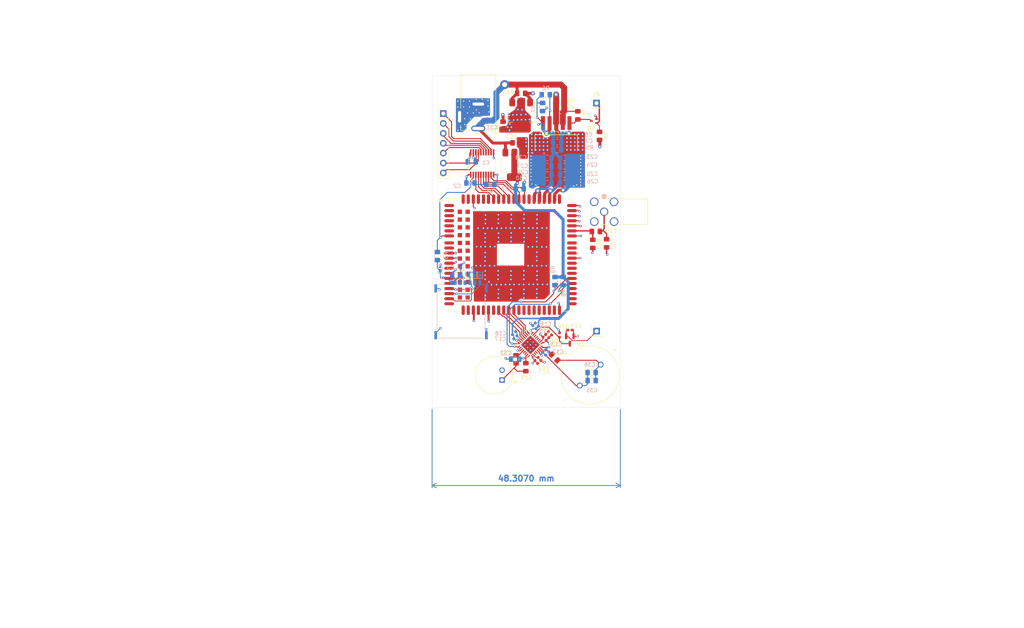
<source format=kicad_pcb>
(kicad_pcb (version 20240108) (generator "pcbnew") (generator_version "8.0")
  (layers (0 "F.Cu" signal) (1 "In1.Cu" signal) (2 "In2.Cu" signal) (31 "B.Cu" signal) (34 "B.Paste" user) (35 "F.Paste" user) (36 "B.SilkS" user "B.Silkscreen") (37 "F.SilkS" user "F.Silkscreen") (38 "B.Mask" user) (39 "F.Mask" user) (44 "Edge.Cuts" user))
  (net 0 "")
  (net 1 "RTS_ec")
  (net 36 "+5V")
  (net 38 "ant_main")
  (net 41 "USIM_VDD")
  (net 46 "STATUS")
  (net 48 "USIM_RST")
  (net 51 "PCM_SYNC_ec")
  (net 55 "PCM_OUT_ec")
  (net 58 "USIM_CLK")
  (net 60 "DCD_ec")
  (net 61 "VBAT")
  (net 67 "VDD_EXT")
  (net 70 "TX_ec")
  (net 76 "RX_ec")
  (net 78 "DTR_ec")
  (net 79 "CTS_ec")
  (net 81 "GND")
  (net 82 "ring_ec")
  (net 83 "PCM_CLK_ec")
  (net 84 "USIM_DATA")
  (net 85 "PCM_IN_ec")
  (net 86 "+3.3V")
  (net 87 "RX_mcu")
  (net 88 "CTS_mcu")
  (net 89 "TX_mcu")
  (net 90 "ring_mcu")
  (net 91 "Net-(U2-OE)")
  (net 92 "DCD_mcu")
  (net 93 "RTS_mcu")
  (net 94 "USIM_PRESENCE")
  (net 95 "I2C_SCL_ec")
  (net 96 "I2C_SDA_ec")
  (net 97 "+1.8V")
  (net 101 "Net-(U4-MICBIAS)")
  (net 104 "MIC_BIAS")
  (net 107 "Net-(U4-MIC1RP{slash}LINE1RP)")
  (net 108 "Net-(C34-Pad2)")
  (net 110 "Net-(U4-HPROUT)")
  (net 113 "Net-(U4-HPRCOM)")
  (net 115 "Net-(AE1-A)")
  (net 116 "DTR_mcu")
  (net 117 "CODEC_RESET")
  (net 118 "Net-(Q1-D)")
  (net 119 "Net-(U3-EN)")
  (net 120 "Net-(U3-ADJ)")
  (net 121 "EC_PWR_EN")
  (footprint "Capacitor_SMD:C_0805_2012Metric_Pad1.18x1.45mm_HandSolder" (layer "F.Cu") (at 170.86 58.6625 -90)
    (property "Reference" "R2")
    (property "Value" "10k" (hide yes))
  )
  (footprint "Capacitor_SMD:C_0402_1005Metric_Pad0.74x0.62mm_HandSolder" (layer "F.Cu") (at 158.17 109.32 135)
    (property "Reference" "C8" (hide yes))
    (property "Value" "10uf" (hide yes))
  )
  (footprint "Capacitor_SMD:C_0402_1005Metric_Pad0.74x0.62mm_HandSolder" (layer "F.Cu") (at 156.76 110.73 135)
    (property "Reference" "C10" (hide yes))
    (property "Value" "100nf" (hide yes))
  )
  (footprint "footprints:vreg" (layer "F.Cu") (at 159.75 63.3208 180)
    (property "Reference" "U3" (hide yes))
    (property "Value" "MIC29302WU")
  )
  (footprint "Connector_PinHeader_2.54mm:PinHeader_1x07_P2.54mm_Vertical" (layer "F.Cu") (at 130.77 52.93)
    (property "Reference" "J5" (hide yes))
    (property "Value" "Conn_01x07")
  )
  (footprint "footprints:SOTFL50P160X85-3N" (layer "F.Cu") (at 169.44 54.85 180)
    (property "Reference" "Q2" (hide yes))
    (property "Value" "DTC043ZEBTL" (hide yes))
  )
  (footprint "Capacitor_SMD:C_0402_1005Metric_Pad0.74x0.62mm_HandSolder" (layer "F.Cu") (at 160.6 109.76 90)
    (property "Reference" "R10" (hide yes))
    (property "Value" "10k")
  )
  (footprint "Capacitor_SMD:C_0805_2012Metric_Pad1.18x1.45mm_HandSolder" (layer "F.Cu") (at 169.14 86.3725 -90)
    (property "Reference" "C38" (hide yes))
    (property "Value" "NM" (hide yes))
  )
  (footprint "footprints:new_codec" (layer "F.Cu") (at 153.125786 112.28 -45)
    (property "Reference" "U4" (hide yes))
    (property "Value" "TLV320AIC3104IRHBR" (hide yes))
  )
  (footprint "Package_TO_SOT_SMD:SOT-23" (layer "F.Cu") (at 163.25 111.0425 -90)
    (property "Reference" "Q1" (hide yes))
    (property "Value" "BSS138" (hide yes))
  )
  (footprint "Capacitor_SMD:C_0805_2012Metric_Pad1.18x1.45mm_HandSolder" (layer "F.Cu") (at 160.75 50.25 180)
    (property "Reference" "C5" (hide yes))
    (property "Value" "100nf" (hide yes))
  )
  (footprint "Capacitor_SMD:C_0805_2012Metric_Pad1.18x1.45mm_HandSolder" (layer "F.Cu") (at 149.45 115.9925 90)
    (property "Reference" "C33" (hide yes))
    (property "Value" "100nf")
  )
  (footprint "Capacitor_SMD:C_0402_1005Metric_Pad0.74x0.62mm_HandSolder" (layer "F.Cu") (at 157.46 110.02 135)
    (property "Reference" "C9" (hide yes))
    (property "Value" "1uf" (hide yes))
  )
  (footprint "footprints:MIC_CMA-4544PF-W" (layer "F.Cu") (at 143.86 120.05)
    (property "Reference" "MK1" (hide yes))
    (property "Value" "CMA-4544PF-W")
  )
  (footprint "Capacitor_SMD:C_0402_1005Metric_Pad0.74x0.62mm_HandSolder" (layer "F.Cu") (at 154.69 115.89 -135)
    (property "Reference" "C14" (hide yes))
    (property "Value" "1uf")
  )
  (footprint "footprints:uart_translator" (layer "F.Cu") (at 140.75 65.75 90)
    (property "Reference" "U2" (hide yes))
    (property "Value" "TXS0108EPWR" (hide yes))
  )
  (footprint "Connector_PinHeader_2.54mm:PinHeader_1x01_P2.54mm_Vertical" (layer "F.Cu") (at 170.13 108.77)
    (property "Reference" "J4" (hide yes))
    (property "Value" "Conn_01x01")
  )
  (footprint "footprints:barrel jack" (layer "F.Cu") (at 139.75 50.5 180)
    (property "Reference" "J3" (hide yes))
    (property "Value" "54-00166" (hide yes))
  )
  (footprint "footprints:modem" (layer "F.Cu") (at 148.03 89.14)
    (property "Reference" "U1" (hide yes))
    (property "Value" "EC25AFA-512-STD" (hide yes))
  )
  (footprint "Capacitor_SMD:C_0805_2012Metric_Pad1.18x1.45mm_HandSolder" (layer "F.Cu") (at 150.75 47.75)
    (property "Reference" "C19" (hide yes))
    (property "Value" "1uf")
  )
  (footprint "Capacitor_SMD:C_0402_1005Metric_Pad0.74x0.62mm_HandSolder" (layer "F.Cu") (at 155.4 116.69 -135)
    (property "Reference" "C11" (hide yes))
    (property "Value" "100nf")
  )
  (footprint "Capacitor_SMD:C_0805_2012Metric_Pad1.18x1.45mm_HandSolder" (layer "F.Cu") (at 149.58 60.46)
    (property "Reference" "C21" (hide yes))
    (property "Value" "1uf")
  )
  (footprint "Capacitor_SMD:C_0805_2012Metric_Pad1.18x1.45mm_HandSolder" (layer "F.Cu") (at 165.3 53.4 90)
    (property "Reference" "R4" (hide yes))
    (property "Value" "51k" (hide yes))
  )
  (footprint "Capacitor_SMD:C_0402_1005Metric_Pad0.74x0.62mm_HandSolder" (layer "F.Cu") (at 163.29 108.48)
    (property "Reference" "R11" (hide yes))
    (property "Value" "10k")
  )
  (footprint "Capacitor_SMD:C_0805_2012Metric_Pad1.18x1.45mm_HandSolder" (layer "F.Cu") (at 151.95 118.02 -90)
    (property "Reference" "R12" (hide yes))
    (property "Value" "2.2k")
  )
  (footprint "footprints:CONN1_2016504-1_TEC" (layer "F.Cu") (at 172.05 78.12 90)
    (property "Reference" "J1")
    (property "Value" "2016504-1" (hide yes))
  )
  (footprint "Capacitor_SMD:C_0805_2012Metric_Pad1.18x1.45mm_HandSolder" (layer "F.Cu") (at 160.7875 52.25 180)
    (property "Reference" "C4" (hide yes))
    (property "Value" "470uf" (hide yes))
  )
  (footprint "Connector_PinHeader_2.54mm:PinHeader_1x01_P2.54mm_Vertical" (layer "F.Cu") (at 170.1 50.25)
    (property "Reference" "J6")
    (property "Value" "Conn_01x01" (hide yes))
  )
  (footprint "Capacitor_SMD:C_0805_2012Metric_Pad1.18x1.45mm_HandSolder" (layer "F.Cu") (at 159.32 115.52 -45)
    (property "Reference" "C34" (hide yes))
    (property "Value" "22uf" (hide yes))
  )
  (footprint "Package_TO_SOT_SMD:SOT-223-3_TabPin2" (layer "F.Cu") (at 150.75 53.25 -90)
    (property "Reference" "U6" (hide yes))
    (property "Value" "AMS1117-1.5")
  )
  (footprint "Capacitor_SMD:C_0805_2012Metric_Pad1.18x1.45mm_HandSolder" (layer "F.Cu") (at 169.9275 83.19)
    (property "Reference" "R13" (hide yes))
    (property "Value" "0R")
  )
  (footprint "footprints:SPKR_AST-01532MR-R" (layer "F.Cu") (at 168.457006 120.052994 -135)
    (property "Reference" "LS1" (hide yes))
    (property "Value" "AST-01532MR-R" (hide yes))
  )
  (footprint "Package_TO_SOT_SMD:SOT-223-3_TabPin2" (layer "F.Cu") (at 149 66.1 -90)
    (property "Reference" "U5" (hide yes))
    (property "Value" "AMS1117-1.5")
  )
  (footprint "Capacitor_SMD:C_0805_2012Metric_Pad1.18x1.45mm_HandSolder" (layer "F.Cu") (at 172.67 86.23 -90)
    (property "Reference" "C37" (hide yes))
    (property "Value" "NM")
  )
  (footprint "Capacitor_SMD:C_0805_2012Metric_Pad1.18x1.45mm_HandSolder" (layer "F.Cu") (at 146.11 56.07 90)
    (property "Reference" "C20" (hide yes))
    (property "Value" "1uf" (hide yes))
  )
  (footprint "Capacitor_SMD:C_0805_2012Metric_Pad1.18x1.45mm_HandSolder" (layer "B.Cu") (at 168.8375 119.39 180)
    (property "Reference" "C36" (hide yes))
    (property "Value" "33pf")
  )
  (footprint "Capacitor_SMD:C_0402_1005Metric_Pad0.74x0.62mm_HandSolder" (layer "B.Cu") (at 148.92 109.25 45)
    (property "Reference" "C18" (hide yes))
    (property "Value" "1uf")
  )
  (footprint "Capacitor_SMD:C_0805_2012Metric_Pad1.18x1.45mm_HandSolder" (layer "B.Cu") (at 142.81 71.12 180)
    (property "Reference" "R1" (hide yes))
    (property "Value" "10k")
  )
  (footprint "Capacitor_SMD:C_0805_2012Metric_Pad1.18x1.45mm_HandSolder" (layer "B.Cu") (at 159.44 95.92 -90)
    (property "Reference" "R9")
    (property "Value" "4.7k")
  )
  (footprint "Capacitor_SMD:C_0805_2012Metric_Pad1.18x1.45mm_HandSolder" (layer "B.Cu") (at 149.23 115.96 180)
    (property "Reference" "C32" (hide yes))
    (property "Value" "2.2uf")
  )
  (footprint "Capacitor_SMD:C_0805_2012Metric_Pad1.18x1.45mm_HandSolder" (layer "B.Cu") (at 134.08 94.44 180)
    (property "Reference" "C3" (hide yes))
    (property "Value" "100nf" (hide yes))
  )
  (footprint "Capacitor_SMD:C_0805_2012Metric_Pad1.18x1.45mm_HandSolder" (layer "B.Cu") (at 150.38 72.25)
    (property "Reference" "C22" (hide yes))
    (property "Value" "1uf" (hide yes))
  )
  (footprint "Capacitor_SMD:C_0805_2012Metric_Pad1.18x1.45mm_HandSolder" (layer "B.Cu") (at 159.9875 62.25 180)
    (property "Reference" "R5" (hide yes))
    (property "Value" "330")
  )
  (footprint "Capacitor_SMD:C_0805_2012Metric_Pad1.18x1.45mm_HandSolder" (layer "B.Cu") (at 157.07 48.09 180)
    (property "Reference" "R6" (hide yes))
    (property "Value" "100k")
  )
  (footprint "Capacitor_SMD:C_0805_2012Metric_Pad1.18x1.45mm_HandSolder" (layer "B.Cu") (at 161.52 95.9 -90)
    (property "Reference" "R8")
    (property "Value" "4.7k")
  )
  (footprint "Capacitor_SMD:C_0805_2012Metric_Pad1.18x1.45mm_HandSolder" (layer "B.Cu") (at 157.463 64.32 180)
    (property "Reference" "C28" (hide yes))
    (property "Value" "100uf")
  )
  (footprint "Capacitor_SMD:C_0805_2012Metric_Pad1.18x1.45mm_HandSolder" (layer "B.Cu") (at 141.25 53.75 90)
    (property "Reference" "C31" (hide yes))
    (property "Value" "1uf" (hide yes))
  )
  (footprint "Capacitor_SMD:C_0805_2012Metric_Pad1.18x1.45mm_HandSolder" (layer "B.Cu") (at 138.07 65.33 180)
    (property "Reference" "C1" (hide yes))
    (property "Value" "100nf")
  )
  (footprint "Diode_SMD:Nexperia_DSN1608-2_1.6x0.8mm" (layer "B.Cu") (at 140.25 94.25 90)
    (property "Reference" "D3" (hide yes))
    (property "Value" "PTVS12VZ1USK" (hide yes))
  )
  (footprint "Capacitor_SMD:C_0402_1005Metric_Pad0.74x0.62mm_HandSolder" (layer "B.Cu") (at 154.82 107.08 135)
    (property "Reference" "C16" (hide yes))
    (property "Value" "1uf")
  )
  (footprint "Capacitor_SMD:C_0805_2012Metric_Pad1.18x1.45mm_HandSolder" (layer "B.Cu") (at 161.7705 66.44)
    (property "Reference" "C24" (hide yes))
    (property "Value" "100nf" (hide yes))
  )
  (footprint "Diode_SMD:Nexperia_DSN1608-2_1.6x0.8mm" (layer "B.Cu") (at 156.5 56.215 90)
    (property "Reference" "D6" (hide yes))
    (property "Value" "PTVS12VZ1USK" (hide yes))
  )
  (footprint "Capacitor_SMD:C_0805_2012Metric_Pad1.18x1.45mm_HandSolder" (layer "B.Cu") (at 157.493 70.86 180)
    (property "Reference" "C30" (hide yes))
    (property "Value" "10pf" (hide yes))
  )
  (footprint "Capacitor_SMD:C_0805_2012Metric_Pad1.18x1.45mm_HandSolder" (layer "B.Cu") (at 137.75 70.75 180)
    (property "Reference" "C2" (hide yes))
    (property "Value" "100nf")
  )
  (footprint "Diode_SMD:Nexperia_DSN1608-2_1.6x0.8mm" (layer "B.Cu") (at 138.75 94.25 90)
    (property "Reference" "D5" (hide yes))
    (property "Value" "PTVS12VZ1USK" (hide yes))
  )
  (footprint "Capacitor_SMD:C_0402_1005Metric_Pad0.74x0.62mm_HandSolder" (layer "B.Cu") (at 149.26 110.33 45)
    (property "Reference" "C17" (hide yes))
    (property "Value" "100nf")
  )
  (footprint "Capacitor_SMD:C_0805_2012Metric_Pad1.18x1.45mm_HandSolder" (layer "B.Cu") (at 168.85 121.44 180)
    (property "Reference" "C35" (hide yes))
    (property "Value" "10pf")
  )
  (footprint "Capacitor_SMD:C_0402_1005Metric_Pad0.74x0.62mm_HandSolder" (layer "B.Cu") (at 156.69 113.79 -135)
    (property "Reference" "C13" (hide yes))
    (property "Value" "100nf")
  )
  (footprint "Capacitor_SMD:C_0805_2012Metric_Pad1.18x1.45mm_HandSolder" (layer "B.Cu") (at 161.8005 68.58)
    (property "Reference" "C25" (hide yes))
    (property "Value" "33pf")
  )
  (footprint "Diode_SMD:Nexperia_DSN1608-2_1.6x0.8mm" (layer "B.Cu") (at 130 93 90)
    (property "Reference" "D4" (hide yes))
    (property "Value" "PTVS12VZ1USK" (hide yes))
  )
  (footprint "Capacitor_SMD:C_0805_2012Metric_Pad1.18x1.45mm_HandSolder" (layer "B.Cu") (at 157.473 66.45 180)
    (property "Reference" "C27" (hide yes))
    (property "Value" "100nf")
  )
  (footprint "Capacitor_SMD:C_0402_1005Metric_Pad0.74x0.62mm_HandSolder" (layer "B.Cu") (at 154.14 107.76 135)
    (property "Reference" "C15" (hide yes))
    (property "Value" "100nf" (hide yes))
  )
  (footprint "Capacitor_SMD:C_0805_2012Metric_Pad1.18x1.45mm_HandSolder" (layer "B.Cu") (at 156.25 51.25 -90)
    (property "Reference" "R7" (hide yes))
    (property "Value" "47k")
  )
  (footprint "Capacitor_SMD:C_0805_2012Metric_Pad1.18x1.45mm_HandSolder" (layer "B.Cu") (at 161.778 70.8)
    (property "Reference" "C26" (hide yes))
    (property "Value" "10pf")
  )
  (footprint "Capacitor_SMD:C_0402_1005Metric_Pad0.74x0.62mm_HandSolder" (layer "B.Cu") (at 157.44 114.53 -135)
    (property "Reference" "C12" (hide yes))
    (property "Value" "1uf")
  )
  (footprint "Diode_SMD:Nexperia_DSN1608-2_1.6x0.8mm" (layer "B.Cu") (at 135.233 92.188 90)
    (property "Reference" "D1" (hide yes))
    (property "Value" "PTVS12VZ1USK" (hide yes))
  )
  (footprint "Capacitor_SMD:C_0805_2012Metric_Pad1.18x1.45mm_HandSolder" (layer "B.Cu") (at 161.8305 64.35)
    (property "Reference" "C23" (hide yes))
    (property "Value" "100uf")
  )
  (footprint "footprints:new_sim" (layer "B.Cu") (at 135.33 103.7025 180)
    (property "Reference" "J2" (hide yes))
    (property "Value" "NSIM-7-A" (hide yes))
  )
  (footprint "Capacitor_SMD:C_0805_2012Metric_Pad1.18x1.45mm_HandSolder" (layer "B.Cu") (at 157.4805 68.59 180)
    (property "Reference" "C29" (hide yes))
    (property "Value" "33pf")
  )
  (footprint "Diode_SMD:Nexperia_DSN1608-2_1.6x0.8mm" (layer "B.Cu") (at 137.25 94.215 90)
    (property "Reference" "D2" (hide yes))
    (property "Value" "PTVS12VZ1USK" (hide yes))
  )
  (footprint "Capacitor_SMD:C_0805_2012Metric_Pad1.18x1.45mm_HandSolder" (layer "B.Cu") (at 129.25 89.5 90)
    (property "Reference" "R3" (hide yes))
    (property "Value" "51k")
  )
  (footprint "Capacitor_SMD:C_0805_2012Metric_Pad1.18x1.45mm_HandSolder" (layer "B.Cu") (at 160 60.25)
    (property "Reference" "C7" (hide yes))
    (property "Value" "100nf")
  )
  (footprint "Capacitor_SMD:C_0805_2012Metric_Pad1.18x1.45mm_HandSolder" (layer "B.Cu") (at 160 58.25)
    (property "Reference" "C6" (hide yes))
    (property "Value" "470uf")
  )
  (gr_arc (start 172.05 82.28) (mid 171.781047 82.929311) (end 171.131736 83.198264) (stroke (width 0.35)) (layer "F.Cu") (net 115))
  (gr_line (start 172.05 78.12) (end 172.05 82.28) (stroke (width 0.35)) (layer "F.Cu") (net 115))
  (gr_rect (start 127.905 43.25) (end 176.212 128.3) (stroke (width 0.05)) (fill none) (layer "Edge.Cuts"))
  (gr_text "C35" (at 168.91 123.93 0) (layer "B.SilkS") (effects (font (size 1 1)) (justify mirror)))
  (gr_text "+   -" (at 157.1905 63.54 -0) (layer "B.SilkS") (effects (font (size 0.8 0.8) (thickness 0.1)) (justify left bottom mirror)))
  (gr_text "C18" (at 145.51 109.34 0) (layer "B.SilkS") (effects (font (size 1 1)) (justify mirror)))
  (gr_text "C15" (at 156.8 108.72 0) (layer "B.SilkS") (effects (font (size 1 1)) (justify mirror)))
  (gr_text "C30" (at 150.82 69.48 0) (layer "B.SilkS") (effects (font (size 1 1)) (justify mirror)))
  (gr_text "C22" (at 147.13 72.17 0) (layer "B.SilkS") (effects (font (size 1 1)) (justify mirror)))
  (gr_text "C6" (at 168.07 58.32 0) (layer "B.SilkS") (effects (font (size 1 1)) (justify mirror)))
  (gr_text "C32" (at 146.82 114.44 0) (layer "B.SilkS") (effects (font (size 1 1)) (justify mirror)))
  (gr_text "C13" (at 159.84 112.19 0) (layer "B.SilkS") (effects (font (size 1 1)) (justify mirror)))
  (gr_text "C28" (at 150.71 64.2 0) (layer "B.SilkS") (effects (font (size 1 1)) (justify mirror)))
  (gr_text "C3" (at 132.63 92.44 0) (layer "B.SilkS") (effects (font (size 1 1)) (justify mirror)))
  (gr_text "R6" (at 157.09 46.43 0) (layer "B.SilkS") (effects (font (size 1 1)) (justify mirror)))
  (gr_text "C16" (at 157.07 106.93 0) (layer "B.SilkS") (effects (font (size 1 1)) (justify mirror)))
  (gr_text "C24" (at 168.93 66.09 0) (layer "B.SilkS") (effects (font (size 1 1)) (justify mirror)))
  (gr_text "C2" (at 134.37 71.51 0) (layer "B.SilkS") (effects (font (size 1 1)) (justify mirror)))
  (gr_text "R1" (at 142.67 72.99 0) (layer "B.SilkS") (effects (font (size 1 1)) (justify mirror)))
  (gr_text "C12" (at 160.18 114.06 0) (layer "B.SilkS") (effects (font (size 1 1)) (justify mirror)))
  (gr_text "R3" (at 131.44 89.31 90) (layer "B.SilkS") (effects (font (size 1 1)) (justify mirror)))
  (gr_text "C26" (at 169.09 70.32 0) (layer "B.SilkS") (effects (font (size 1 1)) (justify mirror)))
  (gr_text "C29" (at 151.15 68.01 0) (layer "B.SilkS") (effects (font (size 1 1)) (justify mirror)))
  (gr_text "R7" (at 153.93 51.67 90) (layer "B.SilkS") (effects (font (size 1 1)) (justify mirror)))
  (gr_text "C23" (at 168.97 64.02 0) (layer "B.SilkS") (effects (font (size 1 1)) (justify mirror)))
  (gr_text "C7" (at 168.18 59.94 0) (layer "B.SilkS") (effects (font (size 1 1)) (justify mirror)))
  (gr_text "C17" (at 145.44 110.8 0) (layer "B.SilkS") (effects (font (size 1 1)) (justify mirror)))
  (gr_text "C36" (at 168.34 117.35 0) (layer "B.SilkS") (effects (font (size 1 1)) (justify mirror)))
  (gr_text "C31" (at 143.26 56.48 0) (layer "B.SilkS") (effects (font (size 1 1)) (justify mirror)))
  (gr_text "C27" (at 151.06 66.34 0) (layer "B.SilkS") (effects (font (size 1 1)) (justify mirror)))
  (gr_text "C25" (at 169.02 68.39 0) (layer "B.SilkS") (effects (font (size 1 1)) (justify mirror)))
  (gr_text "R5" (at 168.35 61.64 0) (layer "B.SilkS") (effects (font (size 1 1)) (justify mirror)))
  (gr_text "C1" (at 141.71 65.54 0) (layer "B.SilkS") (effects (font (size 1 1)) (justify mirror)))
  (gr_text "C37" (at 174.45 86.35 90) (layer "F.SilkS") (effects (font (size 1 1))))
  (gr_text "C14" (at 156.68 119.25 0) (layer "F.SilkS") (effects (font (size 1 1))))
  (gr_text "C9" (at 159.42 110.84 0) (layer "F.SilkS") (effects (font (size 1 1))))
  (gr_text "C33" (at 147.05 114.23 0) (layer "F.SilkS") (effects (font (size 1 1))))
  (gr_text "R4" (at 167.35 52.84 0) (layer "F.SilkS") (effects (font (size 1 1))))
  (gr_text "C4" (at 163.57 51.25 0) (layer "F.SilkS") (effects (font (size 1 1))))
  (gr_text "R13" (at 175.42 83.01 0) (layer "F.SilkS") (effects (font (size 1 1)) (justify right)))
  (gr_text "C34" (at 161.29 114.37 0) (layer "F.SilkS") (effects (font (size 1 1))))
  (gr_text "Q1" (at 165.99 112.03 0) (layer "F.SilkS") (effects (font (size 1 1))))
  (gr_text "C8" (at 156.29 108.41 0) (layer "F.SilkS") (effects (font (size 1 1))))
  (gr_text "C5" (at 163.68 49.59 0) (layer "F.SilkS") (effects (font (size 1 1))))
  (gr_text "C11" (at 156.64 118.05 0) (layer "F.SilkS") (effects (font (size 1 1))))
  (gr_text "R11" (at 164.86 107.34 0) (layer "F.SilkS") (effects (font (size 1 1))))
  (gr_text "C19" (at 147.47 47.5 0) (layer "F.SilkS") (effects (font (size 1 1))))
  (gr_text "C20" (at 144.47 56.83 90) (layer "F.SilkS") (effects (font (size 1 1))))
  (gr_text "C38" (at 170.79 86.41 90) (layer "F.SilkS") (effects (font (size 1 1))))
  (gr_text "C10" (at 159.35 112.01 0) (layer "F.SilkS") (effects (font (size 1 1))))
  (gr_text "R12" (at 152.18 120.7 0) (layer "F.SilkS") (effects (font (size 1 1))))
  (gr_text "C21" (at 148.38 58.85 0) (layer "F.SilkS") (effects (font (size 1 1))))
  (gr_text "R10" (at 161.6 107.6 0) (layer "F.SilkS") (effects (font (size 1 1))))
  (gr_text "Q2" (at 168.7 56.64 0) (layer "F.SilkS") (effects (font (size 1 1))))
  (dimension (type aligned) (layer "B.Cu") (pts (xy 127.905 128.3) (xy 176.212 128.3)) (height 20.08) (gr_text "48.3070 mm" (at 152.0585 146.58 0) (layer "B.Cu") (effects (font (size 1.5 1.5) (thickness 0.3)))) (format (prefix "") (suffix "") (units 3) (units_format 1) (precision 4)) (style (thickness 0.2) (arrow_length 1.27) (text_position_mode 0) (extension_height 0.58642) (extension_offset 0.5) keep_text_aligned))
  (segment (start 141.72 71.52) (end 141.075 70.875) (width 0.254) (layer "F.Cu") (net 1))
  (segment (start 144.8 71.52) (end 141.72 71.52) (width 0.254) (layer "F.Cu") (net 1))
  (segment (start 147.58 74.3) (end 144.8 71.52) (width 0.254) (layer "F.Cu") (net 1))
  (segment (start 147.58 75.15) (end 147.58 74.3) (width 0.254) (layer "F.Cu") (net 1))
  (segment (start 141.075 70.875) (end 141.075 68.62) (width 0.254) (layer "F.Cu") (net 1))
  (segment (start 149 45.5) (end 149.7125 46.2125) (width 0.762) (layer "F.Cu") (net 36))
  (segment (start 148.45 49.0125) (end 149.7125 47.75) (width 0.762) (layer "F.Cu") (net 36))
  (segment (start 161.4518 52.6232) (end 161.4518 55.3706) (width 1.524) (layer "F.Cu") (net 36))
  (segment (start 162.4825 51.5925) (end 161.825 52.25) (width 0.254) (layer "F.Cu") (net 36))
  (segment (start 146.5 45.5) (end 148.25 45.5) (width 1.524) (layer "F.Cu") (net 36))
  (segment (start 148.25 45.5) (end 149 45.5) (width 0.762) (layer "F.Cu") (net 36))
  (segment (start 148.25 45.5) (end 160.9625 45.5) (width 1.524) (layer "F.Cu") (net 36))
  (segment (start 161.7875 50.25) (end 161.7875 52.2125) (width 1.524) (layer "F.Cu") (net 36))
  (segment (start 146.7525 60.46) (end 148.5425 60.46) (width 0.762) (layer "F.Cu") (net 36))
  (segment (start 161.9375 52.3625) (end 161.825 52.25) (width 0.254) (layer "F.Cu") (net 36))
  (segment (start 143.5 60.5) (end 139.75 56.75) (width 0.762) (layer "F.Cu") (net 36))
  (segment (start 149.7125 46.2125) (end 149.7125 47.75) (width 0.762) (layer "F.Cu") (net 36))
  (segment (start 146.7125 60.5) (end 146.7125 62.9375) (width 0.762) (layer "F.Cu") (net 36))
  (segment (start 146.7125 62.9375) (end 146.7 62.95) (width 0.762) (layer "F.Cu") (net 36))
  (segment (start 146.7125 60.5) (end 143.5 60.5) (width 0.762) (layer "F.Cu") (net 36))
  (segment (start 148.45 50.1) (end 148.45 49.0125) (width 0.762) (layer "F.Cu") (net 36))
  (segment (start 160.9625 45.5) (end 161.7875 46.325) (width 1.524) (layer "F.Cu") (net 36))
  (segment (start 165.3 52.3625) (end 161.9375 52.3625) (width 0.254) (layer "F.Cu") (net 36))
  (segment (start 161.825 52.25) (end 161.4518 52.6232) (width 1.524) (layer "F.Cu") (net 36))
  (segment (start 146.7125 60.5) (end 146.7525 60.46) (width 0.762) (layer "F.Cu") (net 36))
  (segment (start 161.7875 46.325) (end 161.7875 50.25) (width 1.524) (layer "F.Cu") (net 36))
  (segment (start 161.7875 52.2125) (end 161.825 52.25) (width 1.524) (layer "F.Cu") (net 36))
  (via (at 146.5 45.5) (size 2.286) (drill 1.27) (layers "F.Cu" "B.Cu") (net 36))
  (segment (start 139.75 56.75) (end 139.75 56.2875) (width 1.524) (layer "B.Cu") (net 36))
  (segment (start 142.0125 54.75) (end 141.975 54.7875) (width 1.524) (layer "B.Cu") (net 36))
  (segment (start 144.4 47.6) (end 144.4 53.85) (width 1.524) (layer "B.Cu") (net 36))
  (segment (start 146.5 45.5) (end 144.4 47.6) (width 1.524) (layer "B.Cu") (net 36))
  (segment (start 141.975 54.7875) (end 141.25 54.7875) (width 1.524) (layer "B.Cu") (net 36))
  (segment (start 144.4 53.85) (end 143.5 54.75) (width 1.524) (layer "B.Cu") (net 36))
  (segment (start 139.75 56.2875) (end 141.25 54.7875) (width 1.524) (layer "B.Cu") (net 36))
  (segment (start 143.5 54.75) (end 142.0125 54.75) (width 1.524) (layer "B.Cu") (net 36))
  (segment (start 169.14 85.335) (end 169.14 83.44) (width 0.35) (layer "F.Cu") (net 38))
  (segment (start 168.74 83.04) (end 168.89 83.19) (width 0.35) (layer "F.Cu") (net 38))
  (segment (start 163.78 83.04) (end 168.74 83.04) (width 0.35) (layer "F.Cu") (net 38))
  (segment (start 169.14 83.44) (end 168.89 83.19) (width 0.35) (layer "F.Cu") (net 38))
  (segment (start 136 95.15) (end 134.36 95.15) (width 0.381) (layer "F.Cu") (net 41))
  (segment (start 132.97 96.54) (end 132.28 96.54) (width 0.381) (layer "F.Cu") (net 41))
  (segment (start 134.36 95.15) (end 132.97 96.54) (width 0.381) (layer "F.Cu") (net 41))
  (via (at 136 95.15) (size 0.6) (drill 0.3) (layers "F.Cu" "B.Cu") (net 41))
  (segment (start 135.233 94.3245) (end 135.1175 94.44) (width 0.254) (layer "B.Cu") (net 41))
  (segment (start 135.1175 94.44) (end 135.1175 96.295) (width 0.381) (layer "B.Cu") (net 41))
  (segment (start 136 95.15) (end 135.29 94.44) (width 0.381) (layer "B.Cu") (net 41))
  (segment (start 135.1175 96.295) (end 135.08 96.3325) (width 0.381) (layer "B.Cu") (net 41))
  (segment (start 135.233 92.473) (end 135.233 94.3245) (width 0.254) (layer "B.Cu") (net 41))
  (segment (start 135.29 94.44) (end 135.1175 94.44) (width 0.381) (layer "B.Cu") (net 41))
  (segment (start 133.73 101.04) (end 137.684 101.04) (width 0.2) (layer "F.Cu") (net 48))
  (segment (start 133.13 100.44) (end 133.73 101.04) (width 0.2) (layer "F.Cu") (net 48))
  (segment (start 137.684 101.04) (end 138.02 100.704) (width 0.2) (layer "F.Cu") (net 48))
  (segment (start 132.28 100.44) (end 133.13 100.44) (width 0.2) (layer "F.Cu") (net 48))
  (segment (start 138.02 100.704) (end 138.02 97.52) (width 0.2) (layer "F.Cu") (net 48))
  (via (at 138.02 97.52) (size 0.6) (drill 0.3) (layers "F.Cu" "B.Cu") (net 48))
  (segment (start 137.62 94.87) (end 137.62 96.3325) (width 0.254) (layer "B.Cu") (net 48))
  (segment (start 138.02 97.52) (end 138.02 96.7325) (width 0.2) (layer "B.Cu") (net 48))
  (segment (start 138.02 96.7325) (end 137.62 96.3325) (width 0.2) (layer "B.Cu") (net 48))
  (segment (start 137.25 94.5) (end 137.62 94.87) (width 0.254) (layer "B.Cu") (net 48))
  (segment (start 151.35633 109.449884) (end 151.35633 107.80633) (width 0.254) (layer "F.Cu") (net 51))
  (segment (start 147.58 104.03) (end 147.58 103.39) (width 0.254) (layer "F.Cu") (net 51))
  (segment (start 151.35633 107.80633) (end 147.58 104.03) (width 0.254) (layer "F.Cu") (net 51))
  (segment (start 151.934311 110.027865) (end 151.35633 109.449884) (width 0.254) (layer "F.Cu") (net 51))
  (segment (start 146.28 103.968133) (end 146.28 103.39) (width 0.254) (layer "F.Cu") (net 55))
  (segment (start 150.90233 109.70299) (end 150.90233 108.41233) (width 0.254) (layer "F.Cu") (net 55))
  (segment (start 147.77 105.28) (end 147.591867 105.28) (width 0.254) (layer "F.Cu") (net 55))
  (segment (start 151.580758 110.381418) (end 150.90233 109.70299) (width 0.254) (layer "F.Cu") (net 55))
  (segment (start 147.591867 105.28) (end 146.28 103.968133) (width 0.254) (layer "F.Cu") (net 55))
  (segment (start 150.90233 108.41233) (end 147.77 105.28) (width 0.254) (layer "F.Cu") (net 55))
  (segment (start 134.168877 99.198587) (end 134.11029 99.14) (width 0.2) (layer "F.Cu") (net 58))
  (segment (start 134.11029 99.14) (end 132.28 99.14) (width 0.2) (layer "F.Cu") (net 58))
  (via (at 134.168877 99.198587) (size 0.6) (drill 0.3) (layers "F.Cu" "B.Cu") (net 58))
  (segment (start 140.2 96.3725) (end 140.16 96.3325) (width 0.2) (layer "B.Cu") (net 58))
  (segment (start 140.2 97.118529) (end 140.2 96.3725) (width 0.2) (layer "B.Cu") (net 58))
  (segment (start 134.168877 99.198587) (end 134.17029 99.2) (width 0.2) (layer "B.Cu") (net 58))
  (segment (start 140.16 94.625) (end 140.25 94.535) (width 0.2) (layer "B.Cu") (net 58))
  (segment (start 140.16 96.3325) (end 140.16 94.625) (width 0.2) (layer "B.Cu") (net 58))
  (segment (start 134.17029 99.2) (end 138.118529 99.2) (width 0.2) (layer "B.Cu") (net 58))
  (segment (start 138.118529 99.2) (end 140.2 97.118529) (width 0.2) (layer "B.Cu") (net 58))
  (segment (start 142.375 70.477) (end 142.51 70.612) (width 0.254) (layer "F.Cu") (net 60))
  (segment (start 146.643122 70.612) (end 148.405122 72.374) (width 0.254) (layer "F.Cu") (net 60))
  (segment (start 148.405122 72.374) (end 149.474 72.374) (width 0.254) (layer "F.Cu") (net 60))
  (segment (start 149.474 72.374) (end 150.31 73.21) (width 0.254) (layer "F.Cu") (net 60))
  (segment (start 142.375 68.62) (end 142.375 70.477) (width 0.254) (layer "F.Cu") (net 60))
  (segment (start 142.51 70.612) (end 146.643122 70.612) (width 0.254) (layer "F.Cu") (net 60))
  (segment (start 150.31 73.21) (end 150.31 75.28) (width 0.254) (layer "F.Cu") (net 60))
  (segment (start 157.5 72.75) (end 156.81 73.44) (width 0.762) (layer "F.Cu") (net 61))
  (segment (start 158.25 72.75) (end 157.5 72.75) (width 0.762) (layer "F.Cu") (net 61))
  (segment (start 158.06 75.23) (end 158.11 75.28) (width 0.508) (layer "F.Cu") (net 61))
  (segment (start 158.0482 52.3418) (end 158.0482 55.3706) (width 0.254) (layer "F.Cu") (net 61))
  (segment (start 156.81 73.44) (end 156.81 75.28) (width 0.762) (layer "F.Cu") (net 61))
  (segment (start 158.11 72.89) (end 158.11 75.28) (width 0.762) (layer "F.Cu") (net 61))
  (segment (start 158.24 52.15) (end 158.0482 52.3418) (width 0.254) (layer "F.Cu") (net 61))
  (segment (start 155.51 75.28) (end 155.51 73.26) (width 0.762) (layer "F.Cu") (net 61))
  (segment (start 157.25 58) (end 158.0482 57.2018) (width 0.762) (layer "F.Cu") (net 61))
  (segment (start 158.0482 57.2018) (end 158.0482 55.3706) (width 0.762) (layer "F.Cu") (net 61))
  (segment (start 155 72.75) (end 154.21 73.54) (width 0.762) (layer "F.Cu") (net 61))
  (segment (start 155.51 73.26) (end 155 72.75) (width 0.762) (layer "F.Cu") (net 61))
  (segment (start 154.21 73.54) (end 154.21 75.28) (width 0.762) (layer "F.Cu") (net 61))
  (segment (start 158.25 72.75) (end 158.11 72.89) (width 0.762) (layer "F.Cu") (net 61))
  (via (at 158.24 52.15) (size 0.6) (drill 0.3) (layers "F.Cu" "B.Cu") (net 61))
  (via (at 158.25 72.75) (size 1.27) (drill 0.635) (layers "F.Cu" "B.Cu") (net 61))
  (via (at 155 72.75) (size 1.27) (drill 0.635) (layers "F.Cu" "B.Cu") (net 61))
  (via (at 157.25 58) (size 1.27) (drill 0.635) (layers "F.Cu" "B.Cu") (net 61))
  (segment (start 157.25 58) (end 158.7125 58) (width 0.762) (layer "B.Cu") (net 61))
  (segment (start 158.9625 58.25) (end 158.9625 63.858) (width 0.762) (layer "B.Cu") (net 61))
  (segment (start 160.793 70.7475) (end 160.7405 70.8) (width 0.762) (layer "B.Cu") (net 61))
  (segment (start 156.5 57.25) (end 156.5 56.5) (width 0.762) (layer "B.Cu") (net 61))
  (segment (start 158.1075 52.0175) (end 158.24 52.15) (width 0.254) (layer "B.Cu") (net 61))
  (segment (start 158.5005 64.32) (end 158.5005 70.83) (width 0.762) (layer "B.Cu") (net 61))
  (segment (start 158.9625 63.858) (end 158.5005 64.32) (width 0.762) (layer "B.Cu") (net 61))
  (segment (start 158.7125 58) (end 158.9625 58.25) (width 0.762) (layer "B.Cu") (net 61))
  (segment (start 158.1075 48.09) (end 158.1075 52.0175) (width 0.254) (layer "B.Cu") (net 61))
  (segment (start 155.07 72.75) (end 155.654 72.166) (width 0.762) (layer "B.Cu") (net 61))
  (segment (start 158.5005 70.83) (end 158.5305 70.86) (width 0.762) (layer "B.Cu") (net 61))
  (segment (start 155 72.75) (end 155.07 72.75) (width 0.762) (layer "B.Cu") (net 61))
  (segment (start 160.793 64.35) (end 160.793 70.7475) (width 0.762) (layer "B.Cu") (net 61))
  (segment (start 158.25 72.75) (end 158.7905 72.75) (width 0.762) (layer "B.Cu") (net 61))
  (segment (start 158.95 62.507) (end 160.793 64.35) (width 0.762) (layer "B.Cu") (net 61))
  (segment (start 155.654 72.166) (end 157.2245 72.166) (width 0.762) (layer "B.Cu") (net 61))
  (segment (start 158.95 62.25) (end 158.95 62.507) (width 0.762) (layer "B.Cu") (net 61))
  (segment (start 157.25 58) (end 156.5 57.25) (width 0.762) (layer "B.Cu") (net 61))
  (segment (start 158.7905 72.75) (end 160.7405 70.8) (width 0.762) (layer "B.Cu") (net 61))
  (segment (start 157.2245 72.166) (end 158.5305 70.86) (width 0.762) (layer "B.Cu") (net 61))
  (segment (start 130.41 84.34) (end 132.28 84.34) (width 0.254) (layer "F.Cu") (net 67))
  (segment (start 137.8 70.78) (end 137.8 70.079999) (width 0.254) (layer "F.Cu") (net 67))
  (segment (start 130 84.75) (end 130.41 84.34) (width 0.254) (layer "F.Cu") (net 67))
  (segment (start 137.8 70.079999) (end 138.475 69.404999) (width 0.254) (layer "F.Cu") (net 67))
  (segment (start 138.475 69.404999) (end 138.475 68.62) (width 0.254) (layer "F.Cu") (net 67))
  (via (at 130 84.75) (size 0.6) (drill 0.3) (layers "F.Cu" "B.Cu") (net 67))
  (via (at 137.8 70.78) (size 0.6) (drill 0.3) (layers "F.Cu" "B.Cu") (net 67))
  (segment (start 137.83 70.75) (end 137.8 70.78) (width 0.254) (layer "B.Cu") (net 67))
  (segment (start 129.25 85.5) (end 130 84.75) (width 0.254) (layer "B.Cu") (net 67))
  (segment (start 138.7875 70.75) (end 137.83 70.75) (width 0.254) (layer "B.Cu") (net 67))
  (segment (start 141.7725 71.12) (end 139.1575 71.12) (width 0.254) (layer "B.Cu") (net 67))
  (segment (start 129.25 88.4625) (end 129.25 85.5) (width 0.254) (layer "B.Cu") (net 67))
  (segment (start 129.88 84.63) (end 130 84.75) (width 0.254) (layer "B.Cu") (net 67))
  (segment (start 129.88 75.08) (end 129.88 84.63) (width 0.254) (layer "B.Cu") (net 67))
  (segment (start 131.79 73.17) (end 129.88 75.08) (width 0.254) (layer "B.Cu") (net 67))
  (segment (start 136.3675 73.17) (end 131.79 73.17) (width 0.254) (layer "B.Cu") (net 67))
  (segment (start 139.1575 71.12) (end 138.7875 70.75) (width 0.254) (layer "B.Cu") (net 67))
  (segment (start 137.8 71.7375) (end 136.3675 73.17) (width 0.254) (layer "B.Cu") (net 67))
  (segment (start 137.8 70.78) (end 137.8 71.7375) (width 0.254) (layer "B.Cu") (net 67))
  (segment (start 144.98 73.9) (end 144.98 74.89) (width 0.254) (layer "F.Cu") (net 70))
  (segment (start 139.775 71.705) (end 139.775 68.62) (width 0.254) (layer "F.Cu") (net 70))
  (segment (start 143.77 72.69) (end 144.98 73.9) (width 0.254) (layer "F.Cu") (net 70))
  (segment (start 140.76 72.69) (end 139.775 71.705) (width 0.254) (layer "F.Cu") (net 70))
  (segment (start 143.77 72.69) (end 140.76 72.69) (width 0.254) (layer "F.Cu") (net 70))
  (segment (start 139.9 73.19) (end 142.454896 73.19) (width 0.254) (layer "F.Cu") (net 76))
  (segment (start 143.68 74.415104) (end 143.68 74.89) (width 0.254) (layer "F.Cu") (net 76))
  (segment (start 139.125 72.415) (end 139.9 73.19) (width 0.254) (layer "F.Cu") (net 76))
  (segment (start 142.454896 73.19) (end 143.68 74.415104) (width 0.254) (layer "F.Cu") (net 76))
  (segment (start 139.125 68.62) (end 139.125 72.415) (width 0.254) (layer "F.Cu") (net 76))
  (segment (start 140.425 71.265) (end 141.34 72.18) (width 0.254) (layer "F.Cu") (net 78))
  (segment (start 140.425 68.62) (end 140.425 71.265) (width 0.254) (layer "F.Cu") (net 78))
  (segment (start 146.28 74.3) (end 146.28 74.89) (width 0.254) (layer "F.Cu") (net 78))
  (segment (start 144.16 72.18) (end 146.28 74.3) (width 0.254) (layer "F.Cu") (net 78))
  (segment (start 141.34 72.18) (end 144.16 72.18) (width 0.254) (layer "F.Cu") (net 78))
  (segment (start 142.086 71.066) (end 146.186 71.066) (width 0.254) (layer "F.Cu") (net 79))
  (segment (start 149.01 73.89) (end 149.01 75.28) (width 0.254) (layer "F.Cu") (net 79))
  (segment (start 141.74 70.72) (end 142.086 71.066) (width 0.254) (layer "F.Cu") (net 79))
  (segment (start 141.725 68.62) (end 141.725 69.411) (width 0.254) (layer "F.Cu") (net 79))
  (segment (start 146.186 71.066) (end 149.01 73.89) (width 0.254) (layer "F.Cu") (net 79))
  (segment (start 141.725 69.411) (end 141.74 69.426) (width 0.254) (layer "F.Cu") (net 79))
  (segment (start 141.74 69.426) (end 141.74 70.72) (width 0.254) (layer "F.Cu") (net 79))
  (segment (start 138.48 103.39) (end 138.61 103.52) (width 0.508) (layer "F.Cu") (net 81))
  (segment (start 138.61 103.52) (end 138.61 106.12) (width 0.508) (layer "F.Cu") (net 81))
  (segment (start 155.99 115.04) (end 155.471488 114.521488) (width 0.254) (layer "F.Cu") (net 81))
  (segment (start 163.78 77.84) (end 165.53 77.84) (width 0.254) (layer "F.Cu") (net 81))
  (segment (start 133.71 91.34) (end 134.02 91.03) (width 0.254) (layer "F.Cu") (net 81))
  (segment (start 161.53 72.58) (end 160.35 72.58) (width 0.762) (layer "F.Cu") (net 81))
  (segment (start 151.7875 47.75) (end 153.75 47.75) (width 0.762) (layer "F.Cu") (net 81))
  (segment (start 132.28 91.34) (end 133.71 91.34) (width 0.254) (layer "F.Cu") (net 81))
  (segment (start 155.471488 114.272148) (end 155.024368 113.825028) (width 0.254) (layer "F.Cu") (net 81))
  (segment (start 170.95 61.42) (end 170.95 59.79) (width 0.762) (layer "F.Cu") (net 81))
  (segment (start 132.28 88.74) (end 133.96 88.74) (width 0.254) (layer "F.Cu") (net 81))
  (segment (start 137.26 68.61) (end 137.815 68.61) (width 0.381) (layer "F.Cu") (net 81))
  (segment (start 163.78 84.34) (end 166.12 84.34) (width 0.2) (layer "F.Cu") (net 81))
  (segment (start 155.731474 111.442078) (end 156.358717 110.814835) (width 0.2) (layer "F.Cu") (net 81))
  (segment (start 134.052998 90.03) (end 134.042998 90.04) (width 0.254) (layer "F.Cu") (net 81))
  (segment (start 165.53 77.84) (end 165.75 78.06) (width 0.254) (layer "F.Cu") (net 81))
  (segment (start 163.78 79.14) (end 165.59 79.14) (width 0.254) (layer "F.Cu") (net 81))
  (segment (start 138.81 77.19) (end 138.48 76.86) (width 0.254) (layer "F.Cu") (net 81))
  (segment (start 159.75 52.25) (end 159.7278 52.2722) (width 1.524) (layer "F.Cu") (net 81))
  (segment (start 154.288717 116.188581) (end 154.288717 116.411283) (width 0.2) (layer "F.Cu") (net 81))
  (segment (start 165.65 76.54) (end 165.87 76.76) (width 0.254) (layer "F.Cu") (net 81))
  (segment (start 159.7125 50.25) (end 159.7125 52.2125) (width 1.524) (layer "F.Cu") (net 81))
  (segment (start 159.75 57.1041) (end 160.6459 58) (width 0.762) (layer "F.Cu") (net 81))
  (segment (start 154.288717 116.381283) (end 154.998717 117.091283) (width 0.2) (layer "F.Cu") (net 81))
  (segment (start 169.14 88.53) (end 169 88.67) (width 0.35) (layer "F.Cu") (net 81))
  (segment (start 165.64 80.44) (end 165.74 80.54) (width 0.254) (layer "F.Cu") (net 81))
  (segment (start 169.14 87.41) (end 169.14 88.53) (width 0.35) (layer "F.Cu") (net 81))
  (segment (start 149.91 113.79) (end 150.523554 113.79) (width 0.254) (layer "F.Cu") (net 81))
  (segment (start 159.74 48.05) (end 159.74 50.2225) (width 1.524) (layer "F.Cu") (net 81))
  (segment (start 172.67 87.2675) (end 172.67 88.93) (width 0.35) (layer "F.Cu") (net 81))
  (segment (start 142.38 103.39) (end 142.38 106.18) (width 0.508) (layer "F.Cu") (net 81))
  (segment (start 156.358717 110.328717) (end 157.768717 108.918717) (width 0.2) (layer "F.Cu") (net 81))
  (segment (start 165.91 90.04) (end 165.93 90.02) (width 0.254) (layer "F.Cu") (net 81))
  (segment (start 170.95 59.79) (end 170.86 59.7) (width 0.762) (layer "F.Cu") (net 81))
  (segment (start 159.75 55.3706) (end 159.75 57.1041) (width 0.762) (layer "F.Cu") (net 81))
  (segment (start 138.48 76.86) (end 138.48 74.89) (width 0.254) (layer "F.Cu") (net 81))
  (segment (start 153.610154 115.239242) (end 153.610154 115.61272) (width 0.2) (layer "F.Cu") (net 81))
  (segment (start 163.78 76.54) (end 165.65 76.54) (width 0.254) (layer "F.Cu") (net 81))
  (segment (start 137.64 64.11) (end 137.64 63.065) (width 0.381) (layer "F.Cu") (net 81))
  (segment (start 136.82 69.05) (end 137.26 68.61) (width 0.381) (layer "F.Cu") (net 81))
  (segment (start 165.94 81.74) (end 166.01 81.81) (width 0.254) (layer "F.Cu") (net 81))
  (segment (start 146.11 53.25) (end 146.11 55.0325) (width 0.762) (layer "F.Cu") (net 81))
  (segment (start 163.78 90.04) (end 165.91 90.04) (width 0.254) (layer "F.Cu") (net 81))
  (segment (start 143.675 64.265) (end 143.74 64.33) (width 0.254) (layer "F.Cu") (net 81))
  (segment (start 146.06 53.2) (end 146.11 53.25) (width 0.762) (layer "F.Cu") (net 81))
  (segment (start 163.78 80.44) (end 165.64 80.44) (width 0.254) (layer "F.Cu") (net 81))
  (segment (start 150.521512 110.736386) (end 150.873651 111.088525) (width 0.2) (layer "F.Cu") (net 81))
  (segment (start 153.05 49.0125) (end 151.7875 47.75) (width 0.762) (layer "F.Cu") (net 81))
  (segment (start 160.35 72.58) (end 159.41 73.52) (width 0.762) (layer "F.Cu") (net 81))
  (segment (start 160.6459 58) (end 163 58) (width 0.762) (layer "F.Cu") (net 81))
  (segment (start 156.521351 110.481351) (end 156.521351 110.491351) (width 0.254) (layer "F.Cu") (net 81))
  (segment (start 155.471488 114.521488) (end 155.471488 114.272148) (width 0.254) (layer "F.Cu") (net 81))
  (segment (start 154.288717 116.291283) (end 154.288717 116.381283) (width 0.2) (layer "F.Cu") (net 81))
  (segment (start 165.59 79.14) (end 165.73 79.28) (width 0.254) (layer "F.Cu") (net 81))
  (segment (start 137.64 63.065) (end 137.825 62.88) (width 0.381) (layer "F.Cu") (net 81))
  (segment (start 155.62 109.58) (end 156.521351 110.481351) (width 0.254) (layer "F.Cu") (net 81))
  (segment (start 154.220068 116.119932) (end 154.288717 116.188581) (width 0.2) (layer "F.Cu") (net 81))
  (segment (start 133.96 88.74) (end 133.99 88.71) (width 0.254) (layer "F.Cu") (net 81))
  (segment (start 134.042998 90.04) (end 132.28 90.04) (width 0.254) (layer "F.Cu") (net 81))
  (segment (start 172.67 88.93) (end 172.85 89.11) (width 0.35) (layer "F.Cu") (net 81))
  (segment (start 156.358717 110.814835) (end 156.358717 110.328717) (width 0.2) (layer "F.Cu") (net 81))
  (segment (start 159.7125 52.2125) (end 159.75 52.25) (width 1.524) (layer "F.Cu") (net 81))
  (segment (start 153.610154 115.61272) (end 154.288717 116.291283) (width 0.2) (layer "F.Cu") (net 81))
  (segment (start 169.77 53.5) (end 170.1 53.83) (width 0.381) (layer "F.Cu") (net 81))
  (segment (start 149.858596 113.738596) (end 149.91 113.79) (width 0.254) (layer "F.Cu") (net 81))
  (segment (start 153.05 50.1) (end 153.05 49.0125) (width 0.762) (layer "F.Cu") (net 81))
  (segment (start 137.815 68.61) (end 137.825 68.62) (width 0.381) (layer "F.Cu") (net 81))
  (segment (start 163.78 81.74) (end 165.94 81.74) (width 0.254) (layer "F.Cu") (net 81))
  (segment (start 150.37 110.736386) (end 150.521512 110.736386) (width 0.2) (layer "F.Cu") (net 81))
  (segment (start 143.675 62.88) (end 143.675 64.265) (width 0.254) (layer "F.Cu") (net 81))
  (segment (start 159.7278 52.2722) (end 159.7278 55.3706) (width 1.524) (layer "F.Cu") (net 81))
  (segment (start 154.288717 116.411283) (end 153.71 116.99) (width 0.2) (layer "F.Cu") (net 81))
  (segment (start 150.17 110.536386) (end 150.37 110.736386) (width 0.2) (layer "F.Cu") (net 81))
  (segment (start 150.523554 113.79) (end 150.947865 113.365689) (width 0.254) (layer "F.Cu") (net 81))
  (segment (start 159.74 50.2225) (end 159.7125 50.25) (width 1.524) (layer "F.Cu") (net 81))
  (segment (start 142.38 106.18) (end 142.47 106.27) (width 0.508) (layer "F.Cu") (net 81))
  (segment (start 160.41 101.59) (end 160.58 101.76) (width 0.254) (layer "F.Cu") (net 81))
  (segment (start 159.41 73.52) (end 159.41 75.28) (width 0.762) (layer "F.Cu") (net 81))
  (segment (start 170.1 53.83) (end 170.1 54.35) (width 0.381) (layer "F.Cu") (net 81))
  (segment (start 160.58 101.76) (end 160.58 103.39) (width 0.254) (layer "F.Cu") (net 81))
  (via (at 144.93 85.81) (size 0.6) (drill 0.3) (layers "F.Cu" "B.Cu") (net 81))
  (via (at 133.99 88.71) (size 0.6) (drill 0.3) (layers "F.Cu" "B.Cu") (net 81))
  (via (at 164.5 58.25) (size 0.6) (drill 0.3) (layers "F.Cu" "B.Cu") (net 81))
  (via (at 151.5 84.76) (size 0.6) (drill 0.3) (layers "F.Cu" "B.Cu") (net 81))
  (via (at 150.22 96.8) (size 0.6) (drill 0.3) (layers "F.Cu" "B.Cu") (net 81))
  (via (at 166.5 60.25) (size 0.6) (drill 0.3) (layers "F.Cu" "B.Cu") (net 81))
  (via (at 141.5 85.89) (size 0.6) (drill 0.3) (layers "F.Cu" "B.Cu") (net 81))
  (via (at 153.64 92) (size 0.6) (drill 0.3) (layers "F.Cu" "B.Cu") (net 81))
  (via (at 165.5 62.25) (size 0.6) (drill 0.3) (layers "F.Cu" "B.Cu") (net 81))
  (via (at 153.76 82.31) (size 0.6) (drill 0.3) (layers "F.Cu" "B.Cu") (net 81))
  (via (at 163 58) (size 1.27) (drill 0.635) (layers "F.Cu" "B.Cu") (net 81))
  (via (at 153.86 96.76) (size 0.6) (drill 0.3) (layers "F.Cu" "B.Cu") (net 81))
  (via (at 154.75 90.67) (size 0.6) (drill 0.3) (layers "F.Cu" "B.Cu") (net 81))
  (via (at 153.263 63.89) (size 0.6) (drill 0.3) (layers "F.Cu" "B.Cu") (net 81))
  (via (at 148.19 83.58) (size 0.6) (drill 0.3) (layers "F.Cu" "B.Cu") (net 81))
  (via (at 155.5 59.25) (size 0.6) (drill 0.3) (layers "F.Cu" "B.Cu") (net 81))
  (via (at 157.23 87.14) (size 0.6) (drill 0.3) (layers "F.Cu" "B.Cu") (net 81))
  (via (at 153.09 106.74) (size 0.6) (drill 0.3) (layers "F.Cu" "B.Cu") (net 81))
  (via (at 157.5 61.25) (size 0.6) (drill 0.3) (layers "F.Cu" "B.Cu") (net 81))
  (via (at 152.76 96.75) (size 0.6) (drill 0.3) (layers "F.Cu" "B.Cu") (net 81))
  (via (at 141.57 100.56) (size 0.6) (drill 0.3) (layers "F.Cu" "B.Cu") (net 81))
  (via (at 165.75 78.06) (size 0.6) (drill 0.3) (layers "F.Cu" "B.Cu") (net 81))
  (via (at 153.5 59.25) (size 0.6) (drill 0.3) (layers "F.Cu" "B.Cu") (net 81))
  (via (at 155.5717 58.2408) (size 0.6) (drill 0.3) (layers "F.Cu" "B.Cu") (net 81))
  (via (at 148.12 95.51) (size 0.6) (drill 0.3) (layers "F.Cu" "B.Cu") (net 81))
  (via (at 148.15 93.34) (size 0.6) (drill 0.3) (layers "F.Cu" "B.Cu") (net 81))
  (via (at 154.81 80.06) (size 0.6) (drill 0.3) (layers "F.Cu" "B.Cu") (net 81))
  (via (at 149.06 82.32) (size 0.6) (drill 0.3) (layers "F.Cu" "B.Cu") (net 81))
  (via (at 136 49.75) (size 0.6) (drill 0.3) (layers "F.Cu" "B.Cu") (net 81))
  (via (at 140.75 49.25) (size 0.6) (drill 0.3) (layers "F.Cu" "B.Cu") (net 81))
  (via (at 142.205127 49.595436) (size 0.6) (drill 0.3) (layers "F.Cu" "B.Cu") (net 81))
  (via (at 134 92.97) (size 0.6) (drill 0.3) (layers "F.Cu" "B.Cu") (net 81))
  (via (at 143.87 91.99) (size 0.6) (drill 0.3) (layers "F.Cu" "B.Cu") (net 81))
  (via (at 151.64 70.55) (size 0.8) (drill 0.4) (layers "F.Cu" "B.Cu") (net 81))
  (via (at 154.86 82.32) (size 0.6) (drill 0.3) (layers "F.Cu" "B.Cu") (net 81))
  (via (at 154.76 85.78) (size 0.6) (drill 0.3) (layers "F.Cu" "B.Cu") (net 81))
  (via (at 141.61 78.98) (size 0.6) (drill 0.3) (layers "F.Cu" "B.Cu") (net 81))
  (via (at 144.88 100.25) (size 0.6) (drill 0.3) (layers "F.Cu" "B.Cu") (net 81))
  (via (at 141.51 94.42) (size 0.6) (drill 0.3) (layers "F.Cu" "B.Cu") (net 81))
  (via (at 164.5 61.25) (size 0.6) (drill 0.3) (layers "F.Cu" "B.Cu") (net 81))
  (via (at 135.25 56.5) (size 0.6) (drill 0.3) (layers "F.Cu" "B.Cu") (net 81))
  (via (at 139.25 52) (size 0.6) (drill 0.3) (layers "F.Cu" "B.Cu") (net 81))
  (via (at 151.43 95.45) (size 0.6) (drill 0.3) (layers "F.Cu" "B.Cu") (net 81))
  (via (at 141.41 92) (size 0.6) (drill 0.3) (layers "F.Cu" "B.Cu") (net 81))
  (via (at 152.05 61.28) (size 0.6) (drill 0.3) (layers "F.Cu" "B.Cu") (net 81))
  (via (at 134.5 51.25) (size 0.6) (drill 0.3) (layers "F.Cu" "B.Cu") (net 81))
  (via (at 136.82 69.05) (size 0.6) (drill 0.3) (layers "F.Cu" "B.Cu") (net 81))
  (via (at 154.77 84.73) (size 0.6) (drill 0.3) (layers "F.Cu" "B.Cu") (net 81))
  (via (at 154.79 98) (size 0.6) (drill 0.3) (layers "F.Cu" "B.Cu") (net 81))
  (via (at 153.253 68.11) (size 0.6) (drill 0.3) (layers "F.Cu" "B.Cu") (net 81))
  (via (at 144.94 84.76) (size 0.6) (drill 0.3) (layers "F.Cu" "B.Cu") (net 81))
  (via (at 151.44 94.4) (size 0.6) (drill 0.3) (layers "F.Cu" "B.Cu") (net 81))
  (via (at 141.58 81.15) (size 0.6) (drill 0.3) (layers "F.Cu" "B.Cu") (net 81))
  (via (at 157.37 51.48) (size 0.6) (drill 0.3) (layers "F.Cu" "B.Cu") (net 81))
  (via (at 141.5 90.78) (size 0.6) (drill 0.3) (layers "F.Cu" "B.Cu") (net 81))
  (via (at 148.13 100.28) (size 0.6) (drill 0.3) (layers "F.Cu" "B.Cu") (net 81))
  (via (at 142.7 91.99) (size 0.6) (drill 0.3) (layers "F.Cu" "B.Cu") (net 81))
  (via (at 156.5 59.25) (size 0.6) (drill 0.3) (layers "F.Cu" "B.Cu") (net 81))
  (via (at 166.5 58.25) (size 0.6) (drill 0.3) (layers "F.Cu" "B.Cu") (net 81))
  (via (at 144.88 80.04) (size 0.6) (drill 0.3) (layers "F.Cu" "B.Cu") (net 81))
  (via (at 155.2 55.75) (size 0.6) (drill 0.3) (layers "F.Cu" "B.Cu") (net 81))
  (via (at 151.46 93.28) (size 0.6) (drill 0.3) (layers "F.Cu" "B.Cu") (net 81))
  (via (at 148.22 80.03) (size 0.6) (drill 0.3) (layers "F.Cu" "B.Cu") (net 81))
  (via (at 165.5 60.25) (size 0.6) (drill 0.3) (layers "F.Cu" "B.Cu") (net 81))
  (via (at 166.01 81.81) (size 0.6) (drill 0.3) (layers "F.Cu" "B.Cu") (net 81))
  (via (at 146.06 53.2) (size 0.8) (drill 0.4) (layers "F.Cu" "B.Cu") (net 81))
  (via (at 152.54 91.99) (size 0.6) (drill 0.3) (layers "F.Cu" "B.Cu") (net 81))
  (via (at 142.81 87.09) (size 0.6) (drill 0.3) (layers "F.Cu" "B.Cu") (net 81))
  (via (at 151.47 98.06) (size 0.6) (drill 0.3) (layers "F.Cu" "B.Cu") (net 81))
  (via (at 144.54 82.35) (size 0.6) (drill 0.3) (layers "F.Cu" "B.Cu") (net 81))
  (via (at 153.303 64.7) (size 0.6) (drill 0.3) (layers "F.Cu" "B.Cu") (net 81))
  (via (at 154.5 71.25) (size 0.6) (drill 0.3) (layers "F.Cu" "B.Cu") (net 81))
  (via (at 134.5 49.75) (size 0.6) (drill 0.3) (layers "F.Cu" "B.Cu") (net 81))
  (via (at 152.66 82.3) (size 0.6) (drill 0.3) (layers "F.Cu" "B.Cu") (net 81))
  (via (at 151.46 81) (size 0.6) (drill 0.3) (layers "F.Cu" "B.Cu") (net 81))
  (via (at 157.5 60.25) (size 0.6) (drill 0.3) (layers "F.Cu" "B.Cu") (net 81))
  (via (at 147.83 96.8) (size 0.6) (drill 0.3) (layers "F.Cu" "B.Cu") (net 81))
  (via (at 141.51 89.73) (size 0.6) (drill 0.3) (layers "F.Cu" "B.Cu") (net 81))
  (via (at 146.73 96.79) (size 0.6) (drill 0.3) (layers "F.Cu" "B.Cu") (net 81))
  (via (at 165.5 61.25) (size 0.6) (drill 0.3) (layers "F.Cu" "B.Cu") (net 81))
  (via (at 155.5 61.25) (size 0.6) (drill 0.3) (layers "F.Cu" "B.Cu") (net 81))
  (via (at 153.303 67.23) (size 0.6) (drill 0.3) (layers "F.Cu" "B.Cu") (net 81))
  (via (at 166.003 68.05) (size 0.6) (drill 0.3) (layers "F.Cu" "B.Cu") (net 81))
  (via (at 155.5 62.25) (size 0.6) (drill 0.3) (layers "F.Cu" "B.Cu") (net 81))
  (via (at 165 71.25) (size 0.6) (drill 0.3) (layers "F.Cu" "B.Cu") (net 81))
  (via (at 153.5 71) (size 0.6) (drill 0.3) (layers "F.Cu" "B.Cu") (net 81))
  (via (at 164.5 62.25) (size 0.6) (drill 0.3) (layers "F.Cu" "B.Cu") (net 81))
  (via (at 165.5 59.25) (size 0.6) (drill 0.3) (layers "F.Cu" "B.Cu") (net 81))
  (via (at 141.53 83.72) (size 0.6) (drill 0.3) (layers "F.Cu" "B.Cu") (net 81))
  (via (at 154.76 89.62) (size 0.6) (drill 0.3) (layers "F.Cu" "B.Cu") (net 81))
  (via (at 166.053 64.64) (size 0.6) (drill 0.3) (layers "F.Cu" "B.Cu") (net 81))
  (via (at 165.74 80.54) (size 0.6) (drill 0.3) (layers "F.Cu" "B.Cu") (net 81))
  (via (at 143.25 82.36) (size 0.6) (drill 0.3) (layers "F.Cu" "B.Cu") (net 81))
  (via (at 153.5 61.25) (size 0.6) (drill 0.3) (layers "F.Cu" "B.Cu") (net 81))
  (via (at 143.98 87.09) (size 0.6) (drill 0.3) (layers "F.Cu" "B.Cu") (net 81))
  (via (at 153.263 69.94) (size 0.6) (drill 0.3) (layers "F.Cu" "B.Cu") (net 81))
  (via (at 137.75 54.25) (size 0.6) (drill 0.3) (layers "F.Cu" "B.Cu") (net 81))
  (via (at 151.49 85.81) (size 0.6) (drill 0.3) (layers "F.Cu" "B.Cu") (net 81))
  (via (at 152.57 87.13) (size 0.6) (drill 0.3) (layers "F.Cu" "B.Cu") (net 81))
  (via (at 146.86 82.3) (size 0.6) (drill 0.3) (layers "F.Cu" "B.Cu") (net 81))
  (via (at 154.76 100.17) (size 0.6) (drill 0.3) (layers "F.Cu" "B.Cu") (net 81))
  (via (at 166.053 69.02) (size 0.6) (drill 0.3) (layers "F.Cu" "B.Cu") (net 81))
  (via (at 163.5 59.25) (size 0.6) (drill 0.3) (layers "F.Cu" "B.Cu") (net 81))
  (via (at 166.013 70.58) (size 0.6) (drill 0.3) (layers "F.Cu" "B.Cu") (net 81))
  (via (at 153.5 62.25) (size 0.6) (drill 0.3) (layers "F.Cu" "B.Cu") (net 81))
  (via (at 141.59 80.1) (size 0.6) (drill 0.3) (layers "F.Cu" "B.Cu") (net 81))
  (via (at 144.85 93.29) (size 0.6) (drill 0.3) (layers "F.Cu" "B.Cu") (net 81))
  (via (at 141.05 82.34) (size 0.6) (drill 0.3) (layers "F.Cu" "B.Cu") (net 81))
  (via (at 136.25 54.25) (size 0.6) (drill 0.3) (layers "F.Cu" "B.Cu") (net 81))
  (via (at 148.21 81.08) (size 0.6) (drill 0.3) (layers "F.Cu" "B.Cu") (net 81))
  (via (at 151.52 82.31) (size 0.6) (drill 0.3) (layers "F.Cu" "B.Cu") (net 81))
  (via (at 162.5 59.25) (size 0.6) (drill 0.3) (layers "F.Cu" "B.Cu") (net 81))
  (via (at 142.5 52.5) (size 0.6) (drill 0.3) (layers "F.Cu" "B.Cu") (net 81))
  (via (at 138.61 106.12) (size 0.6) (drill 0.3) (layers "F.Cu" "B.Cu") (net 81))
  (via (at 153.5 60.25) (size 0.6) (drill 0.3) (layers "F.Cu" "B.Cu") (net 81))
  (via (at 154.82 94.5) (size 0.6) (drill 0.3) (layers "F.Cu" "B.Cu") (net 81))
  (via (at 148.16 98.11) (size 0.6) (drill 0.3) (layers "F.Cu" "B.Cu") (net 81))
  (via (at 154.77 87.15) (size 0.6) (drill 0.3) (layers "F.Cu" "B.Cu") (net 81))
  (via (at 166.053 66.29) (size 0.6) (drill 0.3) (layers "F.Cu" "B.Cu") (net 81))
  (via (at 164.5 60.25) (size 0.6) (drill 0.3) (layers "F.Cu" "B.Cu") (net 81))
  (via (at 130.06 107.99) (size 0.6) (drill 0.3) (layers "F.Cu" "B.Cu") (net 81))
  (via (at 141.51 84.84) (size 0.6) (drill 0.3) (layers "F.Cu" "B.Cu") (net 81))
  (via (at 151.39 96.8) (size 0.6) (drill 0.3) (layers "F.Cu" "B.Cu") (net 81))
  (via (at 172.85 89.11) (size 0.6) (drill 0.3) (layers "F.Cu" "B.Cu") (net 81))
  (via (at 156.06 87.14) (size 0.6) (drill 0.3) (layers "F.Cu" "B.Cu") (net 81))
  (via (at 144.9 78.92) (size 0.6) (drill 0.3) (layers "F.Cu" "B.Cu") (net 81))
  (via (at 166.5 61.25) (size 0.6) (drill 0.3) (layers "F.Cu" "B.Cu") (net 81))
  (via (at 142.25 51) (size 0.6) (drill 0.3) (layers "F.Cu" "B.Cu") (net 81))
  (via (at 153.5 58.25) (size 0.6) (drill 0.3) (layers "F.Cu" "B.Cu") (net 81))
  (via (at 154.81 95.55) (size 0.6) (drill 0.3) (layers "F.Cu" "B.Cu") (net 81))
  (via (at 154.5 62.25) (size 0.6) (drill 0.3) (layers "F.Cu" "B.Cu") (net 81))
  (via (at 154.77 99.12) (size 0.6) (drill 0.3) (layers "F.Cu" "B.Cu") (net 81))
  (via (at 152.01 59.47) (size 0.6) (drill 0.3) (layers "F.Cu" "B.Cu") (net 81))
  (via (at 169 88.67) (size 0.6) (drill 0.3) (layers "F.Cu" "B.Cu") (net 81))
  (via (at 155.99 115.04) (size 0.6) (drill 0.3) (layers "F.Cu" "B.Cu") (net 81))
  (via (at 145.71 82.35) (size 0.6) (drill 0.3) (layers "F.Cu" "B.Cu") (net 81))
  (via (at 151.45 99.18) (size 0.6) (drill 0.3) (layers "F.Cu" "B.Cu") (net 81))
  (via (at 153.71 116.99) (size 0.6) (drill 0.3) (layers "F.Cu" "B.Cu") (net 81))
  (via (at 153.5 63) (size 0.6) (drill 0.3) (layers "F.Cu" "B.Cu") (net 81))
  (via (at 141.57 99.64) (size 0.6) (drill 0.3) (layers "F.Cu" "B.Cu") (net 81))
  (via (at 161.53 72.58) (size 1.27) (drill 0.635) (layers "F.Cu" "B.Cu") (net 81))
  (via (at 139.69 82.33) (size 0.6) (drill 0.3) (layers "F.Cu" "B.Cu") (net 81))
  (via (at 137 52.75) (size 0.6) (drill 0.3) (layers "F.Cu" "B.Cu") (net 81))
  (via (at 149.858596 113.738596) (size 0.6) (drill 0.3) (layers "F.Cu" "B.Cu") (net 81))
  (via (at 138.81 77.19) (size 0.6) (drill 0.3) (layers "F.Cu" "B.Cu") (net 81))
  (via (at 155.5 60.25) (size 0.6) (drill 0.3) (layers "F.Cu" "B.Cu") (net 81))
  (via (at 148.93 96.81) (size 0.6) (drill 0.3) (layers "F.Cu" "B.Cu") (net 81))
  (via (at 164.25 71.5) (size 0.6) (drill 0.3) (layers "F.Cu" "B.Cu") (net 81))
  (via (at 142.51 96.1) (size 0.6) (drill 0.3) (layers "F.Cu" "B.Cu") (net 81))
  (via (at 153.303 66.35) (size 0.6) (drill 0.3) (layers "F.Cu" "B.Cu") (net 81))
  (via (at 156.15 82.31) (size 0.6) (drill 0.3) (layers "F.Cu" "B.Cu") (net 81))
  (via (at 154.5 59.25) (size 0.6) (drill 0.3) (layers "F.Cu" "B.Cu") (net 81))
  (via (at 151.47 79.95) (size 0.6) (drill 0.3) (layers "F.Cu" "B.Cu") (net 81))
  (via (at 154.84 93.38) (size 0.6) (drill 0.3) (layers "F.Cu" "B.Cu") (net 81))
  (via (at 157.42 96.76) (size 0.6) (drill 0.3) (layers "F.Cu" "B.Cu") (net 81))
  (via (at 163.5 61.25) (size 0.6) (drill 0.3) (layers "F.Cu" "B.Cu") (net 81))
  (via (at 156.03 92) (size 0.6) (drill 0.3) (layers "F.Cu" "B.Cu") (net 81))
  (via (at 162.5 60.25) (size 0.6) (drill 0.3) (layers "F.Cu" "B.Cu") (net 81))
  (via (at 144.89 99.2) (size 0.6) (drill 0.3) (layers "F.Cu" "B.Cu") (net 81))
  (via (at 166.013 71.33) (size 0.6) (drill 0.3) (layers "F.Cu" "B.Cu") (net 81))
  (via (at 162.5 62.25) (size 0.6) (drill 0.3) (layers "F.Cu" "B.Cu") (net 81))
  (via (at 154.5 61.25) (size 0.6) (drill 0.3) (layers "F.Cu" "B.Cu") (net 81))
  (via (at 141.79 108.28) (size 0.6) (drill 0.3) (layers "F.Cu" "B.Cu") (net 81))
  (via (at 138.5 52.75) (size 0.6) (drill 0.3) (layers "F.Cu" "B.Cu") (net 81))
  (via (at 166.013 63.83) (size 0.6) (drill 0.3) (layers "F.Cu" "B.Cu") (net 81))
  (via (at 157.5 59.25) (size 0.6) (drill 0.3) (layers "F.Cu" "B.Cu") (net 81))
  (via (at 145.6 96.84) (size 0.6) (drill 0.3) (layers "F.Cu" "B.Cu") (net 81))
  (via (at 170.95 61.42) (size 0.8) (drill 0.4) (layers "F.Cu" "B.Cu") (net 81))
  (via (at 142.47 106.27) (size 0.6) (drill 0.3) (layers "F.Cu" "B.Cu") (net 81))
  (via (at 154.78 88.5) (size 0.6) (drill 0.3) (layers "F.Cu" "B.Cu") (net 81))
  (via (at 151.44 100.23) (size 0.6) (drill 0.3) (layers "F.Cu" "B.Cu") (net 81))
  (via (at 136 51.25) (size 0.6) (drill 0.3) (layers "F.Cu" "B.Cu") (net 81))
  (via (at 156.5 62.25) (size 0.6) (drill 0.3) (layers "F.Cu" "B.Cu") (net 81))
  (via (at 154.96 96.77) (size 0.6) (drill 0.3) (layers "F.Cu" "B.Cu") (net 81))
  (via (at 156.25 96.76) (size 0.6) (drill 0.3) (layers "F.Cu" "B.Cu") (net 81))
  (via (at 151.49 78.83) (size 0.6) (drill 0.3) (layers "F.Cu" "B.Cu") (net 81))
  (via (at 140.42 87.09) (size 0.6) (drill 0.3) (layers "F.Cu" "B.Cu") (net 81))
  (via (at 153.67 87.14) (size 0.6) (drill 0.3) (layers "F.Cu" "B.Cu") (net 81))
  (via (at 157.2 92) (size 0.6) (drill 0.3) (layers "F.Cu" "B.Cu") (net 81))
  (via (at 164.5 59.25) (size 0.6) (drill 0.3) (layers "F.Cu" "B.Cu") (net 81))
  (via (at 137.5 51.25) (size 0.6) (drill 0.3) (layers "F.Cu" "B.Cu") (net 81))
  (via (at 144.43 96.84) (size 0.6) (drill 0.3) (layers "F.Cu" "B.Cu") (net 81))
  (via (at 144.83 94.41) (size 0.6) (drill 0.3) (layers "F.Cu" "B.Cu") (net 81))
  (via (at 157.5 62.25) (size 0.6) (drill 0.3) (layers "F.Cu" "B.Cu") (net 81))
  (via (at 150.35 82.31) (size 0.6) (drill 0.3) (layers "F.Cu" "B.Cu") (net 81))
  (via (at 129.82 98.07) (size 0.6) (drill 0.3) (layers "F.Cu" "B.Cu") (net 81))
  (via (at 155.62 109.58) (size 0.6) (drill 0.3) (layers "F.Cu" "B.Cu") (net 81))
  (via (at 141.53 88.61) (size 0.6) (drill 0.3) (layers "F.Cu" "B.Cu") (net 81))
  (via (at 136.25 55.75) (size 0.6) (drill 0.3) (layers "F.Cu" "B.Cu") (net 81))
  (via (at 141.53 93.3) (size 0.6) (drill 0.3) (layers "F.Cu" "B.Cu") (net 81))
  (via (at 134.5 57.25) (size 0.6) (drill 0.3) (layers "F.Cu" "B.Cu") (net 81))
  (via (at 148.24 78.91) (size 0.6) (drill 0.3) (layers "F.Cu" "B.Cu") (net 81))
  (via (at 166.12 84.34) (size 0.6) (drill 0.3) (layers "F.Cu" "B.Cu") (net 81))
  (via (at 151.52 83.64) (size 0.6) (drill 0.3) (layers "F.Cu" "B.Cu") (net 81))
  (via (at 136.08 91.19) (size 0.6) (drill 0.3) (layers "F.Cu" "B.Cu") (net 81))
  (via (at 160.41 101.59) (size 0.6) (drill 0.3) (layers "F.Cu" "B.Cu") (net 81))
  (via (at 140.31 91.99) (size 0.6) (drill 0.3) (layers "F.Cu" "B.Cu") (net 81))
  (via (at 165.73 79.28) (size 0.6) (drill 0.3) (layers "F.Cu" "B.Cu") (net 81))
  (via (at 148.16 85.75) (size 0.6) (drill 0.3) (layers "F.Cu" "B.Cu") (net 81))
  (via (at 166.053 67.17) (size 0.6) (drill 0.3) (layers "F.Cu" "B.Cu") (net 81))
  (via (at 166.013 69.83) (size 0.6) (drill 0.3) (layers "F.Cu" "B.Cu") (net 81))
  (via (at 144.82 95.46) (size 0.6) (drill 0.3) (layers "F.Cu" "B.Cu") (net 81))
  (via (at 165.87 76.76) (size 0.6) (drill 0.3) (layers "F.Cu" "B.Cu") (net 81))
  (via (at 163.5 62.25) (size 0.6) (drill 0.3) (layers "F.Cu" "B.Cu") (net 81))
  (via (at 137.5 49.75) (size 0.6) (drill 0.3) (layers "F.Cu" "B.Cu") (net 81))
  (via (at 154.79 83.61) (size 0.6) (drill 0.3) (layers "F.Cu" "B.Cu") (net 81))
  (via (at 134.052998 90.03) (size 0.6) (drill 0.3) (layers "F.Cu" "B.Cu") (net 81))
  (via (at 154.8 81.11) (size 0.6) (drill 0.3) (layers "F.Cu" "B.Cu") (net 81))
  (via (at 134.02 91.03) (size 0.6) (drill 0.3) (layers "F.Cu" "B.Cu") (net 81))
  (via (at 154.5 58.25) (size 0.6) (drill 0.3) (layers "F.Cu" "B.Cu") (net 81))
  (via (at 142.15 82.35) (size 0.6) (drill 0.3) (layers "F.Cu" "B.Cu") (net 81))
  (via (at 148.13 94.46) (size 0.6) (drill 0.3) (layers "F.Cu" "B.Cu") (net 81))
  (via (at 130.14 91.73) (size 0.6) (drill 0.3) (layers "F.Cu" "B.Cu") (net 81))
  (via (at 165.5 58.25) (size 0.6) (drill 0.3) (layers "F.Cu" "B.Cu") (net 81))
  (via (at 166.5 62.25) (size 0.6) (drill 0.3) (layers "F.Cu" "B.Cu") (net 81))
  (via (at 143.14 96.85) (size 0.6) (drill 0.3) (layers "F.Cu" "B.Cu") (net 81))
  (via (at 162.5 61.25) (size 0.6) (drill 0.3) (layers "F.Cu" "B.Cu") (net 81))
  (via (at 156.5 61.25) (size 0.6) (drill 0.3) (layers "F.Cu" "B.Cu") (net 81))
  (via (at 166.043 65.5) (size 0.6) (drill 0.3) (layers "F.Cu" "B.Cu") (net 81))
  (via (at 144.87 81.09) (size 0.6) (drill 0.3) (layers "F.Cu" "B.Cu") (net 81))
  (via (at 154.83 78.94) (size 0.6) (drill 0.3) (layers "F.Cu" "B.Cu") (net 81))
  (via (at 144.96 83.64) (size 0.6) (drill 0.3) (layers "F.Cu" "B.Cu") (net 81))
  (via (at 152 60.33) (size 0.6) (drill 0.3) (layers "F.Cu" "B.Cu") (net 81))
  (via (at 143.74 64.33) (size 0.6) (drill 0.3) (layers "F.Cu" "B.Cu") (net 81))
  (via (at 169.77 53.5) (size 0.6) (drill 0.3) (layers "F.Cu" "B.Cu") (net 81))
  (via (at 141.5 95.47) (size 0.6) (drill 0.3) (layers "F.Cu" "B.Cu") (net 81))
  (via (at 153.293 65.56) (size 0.6) (drill 0.3) (layers "F.Cu" "B.Cu") (net 81))
  (via (at 144.91 98.08) (size 0.6) (drill 0.3) (layers "F.Cu" "B.Cu") (net 81))
  (via (at 140 52.75) (size 0.6) (drill 0.3) (layers "F.Cu" "B.Cu") (net 81))
  (via (at 154.5 60.25) (size 0.6) (drill 0.3) (layers "F.Cu" "B.Cu") (net 81))
  (via (at 166.5 59.25) (size 0.6) (drill 0.3) (layers "F.Cu" "B.Cu") (net 81))
  (via (at 157.32 82.31) (size 0.6) (drill 0.3) (layers "F.Cu" "B.Cu") (net 81))
  (via (at 163.5 60.25) (size 0.6) (drill 0.3) (layers "F.Cu" "B.Cu") (net 81))
  (via (at 150.17 110.536386) (size 0.6) (drill 0.3) (layers "F.Cu" "B.Cu") (net 81))
  (via (at 139.21 91.98) (size 0.6) (drill 0.3) (layers "F.Cu" "B.Cu") (net 81))
  (via (at 147.96 82.31) (size 0.6) (drill 0.3) (layers "F.Cu" "B.Cu") (net 81))
  (via (at 148.14 99.23) (size 0.6) (drill 0.3) (layers "F.Cu" "B.Cu") (net 81))
  (via (at 159.74 48.05) (size 1.27) (drill 0.635) (layers "F.Cu" "B.Cu") (net 81))
  (via (at 146.77 115.72) (size 0.6) (drill 0.3) (layers "F.Cu" "B.Cu") (net 81))
  (via (at 137.64 64.11) (size 0.6) (drill 0.3) (layers "F.Cu" "B.Cu") (net 81))
  (via (at 153.75 47.75) (size 1.016) (drill 0.508) (layers "F.Cu" "B.Cu") (net 81))
  (via (at 156.5 60.25) (size 0.6) (drill 0.3) (layers "F.Cu" "B.Cu") (net 81))
  (via (at 165.93 90.02) (size 0.6) (drill 0.3) (layers "F.Cu" "B.Cu") (net 81))
  (via (at 141.52 87.1) (size 0.6) (drill 0.3) (layers "F.Cu" "B.Cu") (net 81))
  (via (at 139.32 87.08) (size 0.6) (drill 0.3) (layers "F.Cu" "B.Cu") (net 81))
  (via (at 139.25 49.25) (size 0.6) (drill 0.3) (layers "F.Cu" "B.Cu") (net 81))
  (via (at 148.17 84.7) (size 0.6) (drill 0.3) (layers "F.Cu" "B.Cu") (net 81))
  (via (at 138.25 92.5) (size 0.6) (drill 0.3) (layers "F.Cu" "B.Cu") (net 81))
  (via (at 154.74 92.01) (size 0.6) (drill 0.3) (layers "F.Cu" "B.Cu") (net 81))
  (via (at 153.303 69.08) (size 0.6) (drill 0.3) (layers "F.Cu" "B.Cu") (net 81))
  (segment (start 128.83 109.8125) (end 128.83 109.22) (width 0.2) (layer "B.Cu") (net 81))
  (segment (start 153.738717 107.358717) (end 153.708717 107.358717) (width 0.2) (layer "B.Cu") (net 81))
  (segment (start 137.64 64.11) (end 137.0325 64.7175) (width 0.381) (layer "B.Cu") (net 81))
  (segment (start 156.288717 114.191283) (end 156.298717 114.191283) (width 0.2) (layer "B.Cu") (net 81))
  (segment (start 136.7125 70.75) (end 136.7125 69.1575) (width 0.381) (layer "B.Cu") (net 81))
  (segment (start 142.51 96.1) (end 141.83 96.78) (width 0.2) (layer "B.Cu") (net 81))
  (segment (start 133.81 96.3325) (end 133.81 95.3815) (width 0.381) (layer "B.Cu") (net 81))
  (segment (start 138.75 93) (end 138.25 92.5) (width 0.254) (layer "B.Cu") (net 81))
  (segment (start 133.81 95.3815) (end 133.0425 94.614) (width 0.381) (layer "B.Cu") (net 81))
  (segment (start 141.83 96.78) (end 141.83 97.8125) (width 0.2) (layer "B.Cu") (net 81))
  (segment (start 137.0325 64.7175) (end 137.0325 65.33) (width 0.381) (layer "B.Cu") (net 81))
  (segment (start 156.5 55.615) (end 155.335 55.615) (width 0.381) (layer "B.Cu") (net 81))
  (segment (start 133.0425 93.9275) (end 134 92.97) (width 0.381) (layer "B.Cu") (net 81))
  (segment (start 149.661283 109.928717) (end 149.661283 109.188717) (width 0.2) (layer "B.Cu") (net 81))
  (segment (start 156.5625 52.2875) (end 157.37 51.48) (width 0.254) (layer "B.Cu") (net 81))
  (segment (start 162.17 72.58) (end 162.8155 71.9345) (width 0.762) (layer "B.Cu") (net 81))
  (segment (start 135.233 91.588) (end 135.682 91.588) (width 0.254) (layer "B.Cu") (net 81))
  (segment (start 141.83 109.8125) (end 141.83 108.32) (width 0.2) (layer "B.Cu") (net 81))
  (segment (start 161.0375 58.25) (end 161.0375 62.2375) (width 0.762) (layer "B.Cu") (net 81))
  (segment (start 128.83 109.22) (end 130.06 107.99) (width 0.2) (layer "B.Cu") (net 81))
  (segment (start 135.682 91.588) (end 136.08 91.19) (width 0.254) (layer "B.Cu") (net 81))
  (segment (start 135.233 91.588) (end 135.583592 91.588) (width 0.254) (layer "B.Cu") (net 81))
  (segment (start 130 92.4) (end 130 91.87) (width 0.35) (layer "B.Cu") (net 81))
  (segment (start 150.17 110.437434) (end 149.661283 109.928717) (width 0.2) (layer "B.Cu") (net 81))
  (segment (start 156.298717 114.191283) (end 157.038717 114.931283) (width 0.2) (layer "B.Cu") (net 81))
  (segment (start 155.99 114.37) (end 156.201351 114.158649) (width 0.254) (layer "B.Cu") (net 81))
  (segment (start 155.99 115.04) (end 155.99 114.37) (width 0.254) (layer "B.Cu") (net 81))
  (segment (start 147.01 115.96) (end 146.77 115.72) (width 0.254) (layer "B.Cu") (net 81))
  (segment (start 162.868 70.7475) (end 162.8155 70.8) (width 0.762) (layer "B.Cu") (net 81))
  (segment (start 151.4175 70.7725) (end 151.4175 72.25) (width 0.762) (layer "B.Cu") (net 81))
  (segment (start 156.4555 64.35) (end 156.4255 64.32) (width 0.508) (layer "B.Cu") (net 81))
  (segment (start 153.708717 107.358717) (end 153.09 106.74) (width 0.2) (layer "B.Cu") (net 81))
  (segment (start 129.5625 97.8125) (end 129.82 98.07) (width 0.2) (layer "B.Cu") (net 81))
  (segment (start 149.661283 109.188717) (end 149.321283 108.848717) (width 0.2) (layer "B.Cu") (net 81))
  (segment (start 156.25 52.2875) (end 156.5625 52.2875) (width 0.254) (layer "B.Cu") (net 81))
  (segment (start 150.17 110.536386) (end 150.17 110.437434) (width 0.2) (layer "B.Cu") (net 81))
  (segment (start 156.236083 114.158649) (end 156.958717 114.881283) (width 0.254) (layer "B.Cu") (net 81))
  (segment (start 141.83 108.32) (end 141.79 108.28) (width 0.2) (layer "B.Cu") (net 81))
  (segment (start 153.738717 107.358717) (end 154.418717 106.678717) (width 0.2) (layer "B.Cu") (net 81))
  (segment (start 161.0375 62.2375) (end 161.025 62.25) (width 0.762) (layer "B.Cu") (net 81))
  (segment (start 133.0425 94.614) (end 133.0425 94.44) (width 0.381) (layer "B.Cu") (net 81))
  (segment (start 151.64 70.55) (end 151.4175 70.7725) (width 0.762) (layer "B.Cu") (net 81))
  (segment (start 161.2875 58) (end 161.0375 58.25) (width 0.762) (layer "B.Cu") (net 81))
  (segment (start 138.75 93.65) (end 138.75 93) (width 0.254) (layer "B.Cu") (net 81))
  (segment (start 130 91.87) (end 130.14 91.73) (width 0.35) (layer "B.Cu") (net 81))
  (segment (start 156.201351 114.158649) (end 156.236083 114.158649) (width 0.254) (layer "B.Cu") (net 81))
  (segment (start 161.025 62.25) (end 161.025 62.507) (width 0.762) (layer "B.Cu") (net 81))
  (segment (start 128.83 97.8125) (end 129.5625 97.8125) (width 0.2) (layer "B.Cu") (net 81))
  (segment (start 136.7125 69.1575) (end 136.82 69.05) (width 0.381) (layer "B.Cu") (net 81))
  (segment (start 148.1925 115.96) (end 147.01 115.96) (width 0.254) (layer "B.Cu") (net 81))
  (segment (start 136.9 93.65) (end 140.25 93.65) (width 0.254) (layer "B.Cu") (net 81))
  (segment (start 162.868 64.35) (end 162.868 70.7475) (width 0.762) (layer "B.Cu") (net 81))
  (segment (start 163 58) (end 161.2875 58) (width 0.762) (layer "B.Cu") (net 81))
  (segment (start 162.8155 71.9345) (end 162.8155 70.8) (width 0.762) (layer "B.Cu") (net 81))
  (segment (start 161.53 72.58) (end 162.17 72.58) (width 0.762) (layer "B.Cu") (net 81))
  (segment (start 133.0425 94.44) (end 133.0425 93.9275) (width 0.381) (layer "B.Cu") (net 81))
  (segment (start 155.335 55.615) (end 155.2 55.75) (width 0.381) (layer "B.Cu") (net 81))
  (segment (start 146.831174 70.158) (end 148.593174 71.92) (width 0.254) (layer "F.Cu") (net 82))
  (segment (start 143.025 69.404999) (end 143.778001 70.158) (width 0.254) (layer "F.Cu") (net 82))
  (segment (start 151.61 72.92) (end 151.61 75.28) (width 0.254) (layer "F.Cu") (net 82))
  (segment (start 148.593174 71.92) (end 150.61 71.92) (width 0.254) (layer "F.Cu") (net 82))
  (segment (start 143.025 68.62) (end 143.025 69.404999) (width 0.254) (layer "F.Cu") (net 82))
  (segment (start 143.778001 70.158) (end 146.831174 70.158) (width 0.254) (layer "F.Cu") (net 82))
  (segment (start 150.61 71.92) (end 151.61 72.92) (width 0.254) (layer "F.Cu") (net 82))
  (segment (start 148.88 104.42) (end 148.88 103.39) (width 0.254) (layer "F.Cu") (net 83))
  (segment (start 151.81033 108.30967) (end 151.81033 107.35033) (width 0.254) (layer "F.Cu") (net 83))
  (segment (start 152.641418 109.320758) (end 152.641418 109.140758) (width 0.254) (layer "F.Cu") (net 83))
  (segment (start 151.81033 109.185068) (end 151.81033 108.30967) (width 0.254) (layer "F.Cu") (net 83))
  (segment (start 152.205262 109.58) (end 151.81033 109.185068) (width 0.254) (layer "F.Cu") (net 83))
  (segment (start 151.81033 107.35033) (end 148.88 104.42) (width 0.254) (layer "F.Cu") (net 83))
  (segment (start 152.641418 109.140758) (end 151.81033 108.30967) (width 0.254) (layer "F.Cu") (net 83))
  (segment (start 133.92 98.06) (end 132.5 98.06) (width 0.2) (layer "F.Cu") (net 84))
  (segment (start 132.5 98.06) (end 132.28 97.84) (width 0.2) (layer "F.Cu") (net 84))
  (via (at 133.92 98.06) (size 0.6) (drill 0.3) (layers "F.Cu" "B.Cu") (net 84))
  (segment (start 138.89 97.51) (end 138.89 96.3325) (width 0.2) (layer "B.Cu") (net 84))
  (segment (start 133.93 98.05) (end 138.35 98.05) (width 0.2) (layer "B.Cu") (net 84))
  (segment (start 138.35 98.05) (end 138.89 97.51) (width 0.2) (layer "B.Cu") (net 84))
  (segment (start 133.92 98.06) (end 133.93 98.05) (width 0.2) (layer "B.Cu") (net 84))
  (segment (start 138.89 94.675) (end 138.75 94.535) (width 0.2) (layer "B.Cu") (net 84))
  (segment (start 138.89 96.3325) (end 138.89 94.675) (width 0.2) (layer "B.Cu") (net 84))
  (segment (start 146.037 104.967) (end 144.98 103.91) (width 0.254) (layer "F.Cu") (net 85))
  (segment (start 146.337 104.967) (end 146.037 104.967) (width 0.254) (layer "F.Cu") (net 85))
  (segment (start 151.227204 110.734972) (end 150.44833 109.956098) (width 0.254) (layer "F.Cu") (net 85))
  (segment (start 150.44833 109.07833) (end 146.337 104.967) (width 0.254) (layer "F.Cu") (net 85))
  (segment (start 150.44833 109.956098) (end 150.44833 109.07833) (width 0.254) (layer "F.Cu") (net 85))
  (segment (start 138.475 64.135) (end 138.475 62.88) (width 0.381) (layer "F.Cu") (net 86))
  (segment (start 156.77 116.76) (end 156.272566 116.76) (width 0.2) (layer "F.Cu") (net 86))
  (segment (start 138.58 64.24) (end 138.475 64.135) (width 0.381) (layer "F.Cu") (net 86))
  (segment (start 156.26066 112.94) (end 156.085028 112.764368) (width 0.254) (layer "F.Cu") (net 86))
  (segment (start 157.91 112.85) (end 157.82 112.94) (width 0.254) (layer "F.Cu") (net 86))
  (segment (start 164.2 110.105) (end 164.2 108.8225) (width 0.254) (layer "F.Cu") (net 86))
  (segment (start 164.2 110.105) (end 165.215 110.105) (width 0.254) (layer "F.Cu") (net 86))
  (segment (start 155.091283 115.578717) (end 155.801283 116.288717) (width 0.2) (layer "F.Cu") (net 86))
  (segment (start 156.998649 110.968649) (end 157.161283 111.131283) (width 0.254) (layer "F.Cu") (net 86))
  (segment (start 157.82 112.94) (end 156.26066 112.94) (width 0.254) (layer "F.Cu") (net 86))
  (segment (start 157.161283 111.131283) (end 158.571283 109.721283) (width 0.254) (layer "F.Cu") (net 86))
  (segment (start 155.091283 115.488717) (end 154.566737 115.488717) (width 0.2) (layer "F.Cu") (net 86))
  (segment (start 164.2 108.8225) (end 163.8575 108.48) (width 0.254) (layer "F.Cu") (net 86))
  (segment (start 154.566737 115.488717) (end 153.963708 114.885688) (width 0.2) (layer "F.Cu") (net 86))
  (segment (start 165.215 110.105) (end 165.24 110.08) (width 0.254) (layer "F.Cu") (net 86))
  (segment (start 156.085028 111.795632) (end 156.496934 111.795632) (width 0.2) (layer "F.Cu") (net 86))
  (segment (start 157.161283 111.171283) (end 157.161283 111.131283) (width 0.254) (layer "F.Cu") (net 86))
  (segment (start 157.94 111.95) (end 157.161283 111.171283) (width 0.254) (layer "F.Cu") (net 86))
  (segment (start 155.091283 115.488717) (end 155.091283 115.578717) (width 0.2) (layer "F.Cu") (net 86))
  (segment (start 156.272566 116.76) (end 155.801283 116.288717) (width 0.2) (layer "F.Cu") (net 86))
  (segment (start 156.496934 111.795632) (end 157.161283 111.131283) (width 0.2) (layer "F.Cu") (net 86))
  (via (at 148.26 56.44) (size 0.6) (drill 0.3) (layers "F.Cu" "B.Cu") (net 86))
  (via (at 149.83 54.55) (size 0.6) (drill 0.3) (layers "F.Cu" "B.Cu") (net 86))
  (via (at 165.24 110.08) (size 0.6) (drill 0.3) (layers "F.Cu" "B.Cu") (net 86))
  (via (at 147.69 53.4) (size 0.6) (drill 0.3) (layers "F.Cu" "B.Cu") (net 86))
  (via (at 148.65 53.26) (size 0.6) (drill 0.3) (layers "F.Cu" "B.Cu") (net 86))
  (via (at 147.31 56.44) (size 0.6) (drill 0.3) (layers "F.Cu" "B.Cu") (net 86))
  (via (at 157.91 112.85) (size 0.6) (drill 0.3) (layers "F.Cu" "B.Cu") (net 86))
  (via (at 151.95 53.15) (size 0.6) (drill 0.3) (layers "F.Cu" "B.Cu") (net 86))
  (via (at 138.58 64.24) (size 0.6) (drill 0.3) (layers "F.Cu" "B.Cu") (net 86))
  (via (at 157.94 111.95) (size 0.6) (drill 0.3) (layers "F.Cu" "B.Cu") (net 86))
  (via (at 156.77 116.76) (size 0.6) (drill 0.3) (layers "F.Cu" "B.Cu") (net 86))
  (via (at 152.88 54.48) (size 0.6) (drill 0.3) (layers "F.Cu" "B.Cu") (net 86))
  (via (at 149.64 53.22) (size 0.6) (drill 0.3) (layers "F.Cu" "B.Cu") (net 86))
  (via (at 147.75 57.22) (size 0.6) (drill 0.3) (layers "F.Cu" "B.Cu") (net 86))
  (via (at 150.85 54.51) (size 0.6) (drill 0.3) (layers "F.Cu" "B.Cu") (net 86))
  (via (at 148.84 54.61) (size 0.6) (drill 0.3) (layers "F.Cu" "B.Cu") (net 86))
  (via (at 150.74 53.25) (size 0.6) (drill 0.3) (layers "F.Cu" "B.Cu") (net 86))
  (via (at 150.98 51.96) (size 0.6) (drill 0.3) (layers "F.Cu" "B.Cu") (net 86))
  (via (at 151.86 54.5) (size 0.6) (drill 0.3) (layers "F.Cu" "B.Cu") (net 86))
  (via (at 147.85 55.6) (size 0.6) (drill 0.3) (layers "F.Cu" "B.Cu") (net 86))
  (via (at 147.67 54.65) (size 0.6) (drill 0.3) (layers "F.Cu" "B.Cu") (net 86))
  (via (at 149.92 51.9) (size 0.6) (drill 0.3) (layers "F.Cu" "B.Cu") (net 86))
  (segment (start 139.1075 65.33) (end 139.1075 64.7675) (width 0.381) (layer "B.Cu") (net 86))
  (segment (start 157.831283 114.128717) (end 157.841283 114.128717) (width 0.254) (layer "B.Cu") (net 86))
  (segment (start 157.091283 113.388717) (end 157.831283 114.128717) (width 0.254) (layer "B.Cu") (net 86))
  (segment (start 139.1075 64.7675) (end 138.58 64.24) (width 0.381) (layer "B.Cu") (net 86))
  (segment (start 157.91 112.85) (end 157.63 112.85) (width 0.254) (layer "B.Cu") (net 86))
  (segment (start 157.63 112.85) (end 157.091283 113.388717) (width 0.254) (layer "B.Cu") (net 86))
  (segment (start 130.78 68.18) (end 130.78 68.16) (width 0.254) (layer "F.Cu") (net 87))
  (segment (start 131.61 67.33) (end 137.522052 67.33) (width 0.254) (layer "F.Cu") (net 87))
  (segment (start 130.78 68.16) (end 131.61 67.33) (width 0.254) (layer "F.Cu") (net 87))
  (segment (start 137.522052 67.33) (end 139.775 65.077052) (width 0.254) (layer "F.Cu") (net 87))
  (segment (start 139.775 65.077052) (end 139.775 62.88) (width 0.254) (layer "F.Cu") (net 87))
  (segment (start 130.78 58.62) (end 130.78 58.02) (width 0.254) (layer "F.Cu") (net 88))
  (segment (start 132.79 60.63) (end 130.78 58.62) (width 0.254) (layer "F.Cu") (net 88))
  (segment (start 141.725 62.88) (end 141.725 62.095001) (width 0.254) (layer "F.Cu") (net 88))
  (segment (start 140.259999 60.63) (end 132.79 60.63) (width 0.254) (layer "F.Cu") (net 88))
  (segment (start 141.725 62.095001) (end 140.259999 60.63) (width 0.254) (layer "F.Cu") (net 88))
  (segment (start 139.207 65.003) (end 139.207 62.962) (width 0.254) (layer "F.Cu") (net 89))
  (segment (start 139.207 62.962) (end 139.125 62.88) (width 0.254) (layer "F.Cu") (net 89))
  (segment (start 130.78 65.64) (end 138.57 65.64) (width 0.254) (layer "F.Cu") (net 89))
  (segment (start 138.57 65.64) (end 139.207 65.003) (width 0.254) (layer "F.Cu") (net 89))
  (segment (start 132.89 58.78) (end 132.89 55.05) (width 0.254) (layer "F.Cu") (net 90))
  (segment (start 143.025 62.095001) (end 140.299999 59.37) (width 0.254) (layer "F.Cu") (net 90))
  (segment (start 132.89 55.05) (end 130.78 52.94) (width 0.254) (layer "F.Cu") (net 90))
  (segment (start 140.299999 59.37) (end 133.48 59.37) (width 0.254) (layer "F.Cu") (net 90))
  (segment (start 133.48 59.37) (end 132.89 58.78) (width 0.254) (layer "F.Cu") (net 90))
  (segment (start 143.025 62.88) (end 143.025 62.095001) (width 0.254) (layer "F.Cu") (net 90))
  (segment (start 143.695 68.64) (end 143.675 68.62) (width 0.254) (layer "F.Cu") (net 91))
  (segment (start 144.64 68.64) (end 143.695 68.64) (width 0.254) (layer "F.Cu") (net 91))
  (via (at 144.64 68.64) (size 0.6) (drill 0.3) (layers "F.Cu" "B.Cu") (net 91))
  (segment (start 144.64 68.64) (end 144.64 70.3275) (width 0.254) (layer "B.Cu") (net 91))
  (segment (start 144.64 70.3275) (end 143.8475 71.12) (width 0.254) (layer "B.Cu") (net 91))
  (segment (start 142.375 62.095001) (end 140.279999 60) (width 0.254) (layer "F.Cu") (net 92))
  (segment (start 142.375 62.88) (end 142.375 62.095001) (width 0.254) (layer "F.Cu") (net 92))
  (segment (start 132.2 56.9) (end 130.78 55.48) (width 0.254) (layer "F.Cu") (net 92))
  (segment (start 132.2 58.82) (end 132.2 56.9) (width 0.254) (layer "F.Cu") (net 92))
  (segment (start 140.279999 60) (end 133.38 60) (width 0.254) (layer "F.Cu") (net 92))
  (segment (start 133.38 60) (end 132.2 58.82) (width 0.254) (layer "F.Cu") (net 92))
  (segment (start 140.069999 61.09) (end 131.31 61.09) (width 0.254) (layer "F.Cu") (net 93))
  (segment (start 141.075 62.88) (end 141.075 62.095001) (width 0.254) (layer "F.Cu") (net 93))
  (segment (start 131.31 61.09) (end 130.78 60.56) (width 0.254) (layer "F.Cu") (net 93))
  (segment (start 141.075 62.095001) (end 140.069999 61.09) (width 0.254) (layer "F.Cu") (net 93))
  (segment (start 130.25 95.08) (end 130.41 95.24) (width 0.2) (layer "F.Cu") (net 94))
  (segment (start 130.41 95.24) (end 132.28 95.24) (width 0.2) (layer "F.Cu") (net 94))
  (via (at 130.25 95.08) (size 0.6) (drill 0.3) (layers "F.Cu" "B.Cu") (net 94))
  (segment (start 131.4375 94.91) (end 132.86 96.3325) (width 0.2) (layer "B.Cu") (net 94))
  (segment (start 130.25 95.08) (end 130.42 94.91) (width 0.2) (layer "B.Cu") (net 94))
  (segment (start 129.964408 93.285) (end 129.25 92.570592) (width 0.254) (layer "B.Cu") (net 94))
  (segment (start 129.25 92.570592) (end 129.25 90.5375) (width 0.254) (layer "B.Cu") (net 94))
  (segment (start 130.42 94.91) (end 131.4375 94.91) (width 0.2) (layer "B.Cu") (net 94))
  (segment (start 130.25 95.08) (end 130 94.83) (width 0.2) (layer "B.Cu") (net 94))
  (segment (start 130 94.83) (end 130 93.285) (width 0.2) (layer "B.Cu") (net 94))
  (segment (start 130 93.285) (end 129.964408 93.285) (width 0.254) (layer "B.Cu") (net 94))
  (segment (start 162.76 96.54) (end 163.78 96.54) (width 0.254) (layer "F.Cu") (net 95))
  (segment (start 160.52 98.43) (end 160.94 98.43) (width 0.254) (layer "F.Cu") (net 95))
  (segment (start 158.35 101.64) (end 161.25 98.74) (width 0.254) (layer "F.Cu") (net 95))
  (segment (start 160.94 98.43) (end 161.25 98.74) (width 0.254) (layer "F.Cu") (net 95))
  (segment (start 149.952176 112.01) (end 150.166544 111.795632) (width 0.254) (layer "F.Cu") (net 95))
  (segment (start 161.25 98.74) (end 161.25 98.05) (width 0.254) (layer "F.Cu") (net 95))
  (segment (start 161.25 98.05) (end 162.76 96.54) (width 0.254) (layer "F.Cu") (net 95))
  (segment (start 148.44 112) (end 148.45 112.01) (width 0.254) (layer "F.Cu") (net 95))
  (segment (start 148.45 112.01) (end 149.952176 112.01) (width 0.254) (layer "F.Cu") (net 95))
  (via (at 160.52 98.43) (size 0.6) (drill 0.3) (layers "F.Cu" "B.Cu") (net 95))
  (via (at 158.35 101.64) (size 0.6) (drill 0.3) (layers "F.Cu" "B.Cu") (net 95))
  (via (at 148.44 112) (size 0.6) (drill 0.3) (layers "F.Cu" "B.Cu") (net 95))
  (segment (start 158.103 101.887) (end 158.35 101.64) (width 0.254) (layer "B.Cu") (net 95))
  (segment (start 149.183 101.887) (end 158.103 101.887) (width 0.254) (layer "B.Cu") (net 95))
  (segment (start 160.52 98.43) (end 160.52 97.9375) (width 0.254) (layer "B.Cu") (net 95))
  (segment (start 147.74 103.33) (end 149.183 101.887) (width 0.254) (layer "B.Cu") (net 95))
  (segment (start 147.74 111.44) (end 147.74 103.33) (width 0.254) (layer "B.Cu") (net 95))
  (segment (start 148.3 112) (end 147.74 111.44) (width 0.254) (layer "B.Cu") (net 95))
  (segment (start 148.44 112) (end 148.3 112) (width 0.254) (layer "B.Cu") (net 95))
  (segment (start 160.52 97.9375) (end 161.52 96.9375) (width 0.254) (layer "B.Cu") (net 95))
  (segment (start 156.99 101.26) (end 159.1 99.15) (width 0.254) (layer "F.Cu") (net 96))
  (segment (start 150.78 101.26) (end 156.99 101.26) (width 0.254) (layer "F.Cu") (net 96))
  (segment (start 159.1 99.15) (end 159.1 98.46) (width 0.254) (layer "F.Cu") (net 96))
  (segment (start 162.45 95.24) (end 163.78 95.24) (width 0.254) (layer "F.Cu") (net 96))
  (segment (start 149.08 112.72) (end 149.124368 112.764368) (width 0.254) (layer "F.Cu") (net 96))
  (segment (start 159.23 98.46) (end 162.45 95.24) (width 0.254) (layer "F.Cu") (net 96))
  (segment (start 159.1 98.46) (end 159.23 98.46) (width 0.254) (layer "F.Cu") (net 96))
  (segment (start 149.124368 112.764368) (end 150.134972 112.764368) (width 0.254) (layer "F.Cu") (net 96))
  (via (at 159.1 98.46) (size 0.6) (drill 0.3) (layers "F.Cu" "B.Cu") (net 96))
  (via (at 149.08 112.72) (size 0.6) (drill 0.3) (layers "F.Cu" "B.Cu") (net 96))
  (via (at 150.78 101.26) (size 0.6) (drill 0.3) (layers "F.Cu" "B.Cu") (net 96))
  (segment (start 149.08 112.72) (end 147.75 112.72) (width 0.254) (layer "B.Cu") (net 96))
  (segment (start 159.1 98.46) (end 159.44 98.12) (width 0.254) (layer "B.Cu") (net 96))
  (segment (start 159.44 98.12) (end 159.44 96.9575) (width 0.254) (layer "B.Cu") (net 96))
  (segment (start 147.75 112.72) (end 147.15 112.12) (width 0.254) (layer "B.Cu") (net 96))
  (segment (start 148.53 101.26) (end 150.78 101.26) (width 0.254) (layer "B.Cu") (net 96))
  (segment (start 147.15 102.64) (end 148.53 101.26) (width 0.254) (layer "B.Cu") (net 96))
  (segment (start 147.15 112.12) (end 147.15 102.64) (width 0.254) (layer "B.Cu") (net 96))
  (segment (start 153.610154 109.110154) (end 153.19 108.69) (width 0.2) (layer "F.Cu") (net 97))
  (segment (start 153.610154 109.320758) (end 153.610154 109.110154) (width 0.2) (layer "F.Cu") (net 97))
  (segment (start 160.6 108.7) (end 160.37 108.47) (width 0.254) (layer "F.Cu") (net 97))
  (segment (start 160.6 109.1925) (end 160.6 108.7) (width 0.254) (layer "F.Cu") (net 97))
  (segment (start 153.684368 109.246544) (end 153.610154 109.320758) (width 0.2) (layer "F.Cu") (net 97))
  (segment (start 149.641094 111.063386) (end 149.569571 111.134909) (width 0.2) (layer "F.Cu") (net 97))
  (segment (start 149.78 70.8) (end 149.78 70.03) (width 0.762) (layer "F.Cu") (net 97))
  (segment (start 149 62.95) (end 149 69.25) (width 1.524) (layer "F.Cu") (net 97))
  (segment (start 150.520098 111.442078) (end 150.141406 111.063386) (width 0.2) (layer "F.Cu") (net 97))
  (segment (start 149.78 70.03) (end 149 69.25) (width 0.762) (layer "F.Cu") (net 97))
  (segment (start 150.141406 111.063386) (end 149.641094 111.063386) (width 0.2) (layer "F.Cu") (net 97))
  (via (at 153.19 108.69) (size 0.6) (drill 0.3) (layers "F.Cu" "B.Cu") (net 97))
  (via (at 160.37 108.47) (size 0.6) (drill 0.3) (layers "F.Cu" "B.Cu") (net 97))
  (via (at 149.569571 111.134909) (size 0.6) (drill 0.3) (layers "F.Cu" "B.Cu") (net 97))
  (via (at 149.78 70.8) (size 0.8) (drill 0.4) (layers "F.Cu" "B.Cu") (net 97))
  (segment (start 148.518717 106.891283) (end 148.518717 109.651283) (width 0.381) (layer "B.Cu") (net 97))
  (segment (start 162.826 103.044) (end 162.826 96.1685) (width 0.762) (layer "B.Cu") (net 97))
  (segment (start 161.52 80.13) (end 161.52 94.8625) (width 0.762) (layer "B.Cu") (net 97))
  (segment (start 159.28 105.52) (end 155.89 105.52) (width 0.762) (layer "B.Cu") (net 97))
  (segment (start 153.19 108.69) (end 153.68 108.2) (width 0.2) (layer "B.Cu") (net 97))
  (segment (start 162.826 96.1685) (end 161.52 94.8625) (width 0.762) (layer "B.Cu") (net 97))
  (segment (start 149.78 70.8) (end 149.3425 71.2375) (width 0.762) (layer "B.Cu") (net 97))
  (segment (start 149.3425 71.2375) (end 149.3425 72.25) (width 0.762) (layer "B.Cu") (net 97))
  (segment (start 155.221283 106.188717) (end 155.89 105.52) (width 0.381) (layer "B.Cu") (net 97))
  (segment (start 159.43 107.53) (end 160.37 108.47) (width 0.254) (layer "B.Cu") (net 97))
  (segment (start 159.43 105.67) (end 159.28 105.52) (width 0.254) (layer "B.Cu") (net 97))
  (segment (start 159.43 107.53) (end 159.43 105.67) (width 0.254) (layer "B.Cu") (net 97))
  (segment (start 148.858717 110.731283) (end 148.858717 109.991283) (width 0.2) (layer "B.Cu") (net 97))
  (segment (start 159.44 94.8825) (end 161.5 94.8825) (width 0.762) (layer "B.Cu") (net 97))
  (segment (start 160.35 105.52) (end 159.28 105.52) (width 0.762) (layer "B.Cu") (net 97))
  (segment (start 155.89 105.52) (end 149.89 105.52) (width 0.381) (layer "B.Cu") (net 97))
  (segment (start 162.826 103.044) (end 160.35 105.52) (width 0.762) (layer "B.Cu") (net 97))
  (segment (start 149.262343 111.134909) (end 148.858717 110.731283) (width 0.2) (layer "B.Cu") (net 97))
  (segment (start 159.22 77.83) (end 161.52 80.13) (width 0.762) (layer "B.Cu") (net 97))
  (segment (start 153.898717 108.161283) (end 154.541283 108.161283) (width 0.2) (layer "B.Cu") (net 97))
  (segment (start 149.3425 72.25) (end 149.3425 75.5525) (width 0.762) (layer "B.Cu") (net 97))
  (segment (start 153.68 108.2) (end 153.86 108.2) (width 0.2) (layer "B.Cu") (net 97))
  (segment (start 153.86 108.2) (end 153.898717 108.161283) (width 0.2) (layer "B.Cu") (net 97))
  (segment (start 149.569571 111.134909) (end 149.262343 111.134909) (width 0.2) (layer "B.Cu") (net 97))
  (segment (start 155.221283 107.481283) (end 155.221283 106.188717) (width 0.381) (layer "B.Cu") (net 97))
  (segment (start 149.89 105.52) (end 148.518717 106.891283) (width 0.381) (layer "B.Cu") (net 97))
  (segment (start 148.858717 109.991283) (end 148.518717 109.651283) (width 0.2) (layer "B.Cu") (net 97))
  (segment (start 148.858717 110.731283) (end 148.861283 110.731283) (width 0.254) (layer "B.Cu") (net 97))
  (segment (start 155.221283 107.481283) (end 154.541283 108.161283) (width 0.381) (layer "B.Cu") (net 97))
  (segment (start 149.3425 75.5525) (end 151.62 77.83) (width 0.762) (layer "B.Cu") (net 97))
  (segment (start 161.5 94.8825) (end 161.52 94.8625) (width 0.762) (layer "B.Cu") (net 97))
  (segment (start 151.62 77.83) (end 159.22 77.83) (width 0.762) (layer "B.Cu") (net 97))
  (segment (start 151.95 115.223552) (end 151.95 115.68) (width 0.254) (layer "F.Cu") (net 101))
  (segment (start 151.95 115.68) (end 151.95 116.9825) (width 0.254) (layer "F.Cu") (net 101))
  (segment (start 152.287864 114.885688) (end 151.95 115.223552) (width 0.254) (layer "F.Cu") (net 101))
  (segment (start 151.29 115.68) (end 151.25 115.72) (width 0.254) (layer "F.Cu") (net 101))
  (segment (start 151.95 115.68) (end 151.29 115.68) (width 0.254) (layer "F.Cu") (net 101))
  (via (at 151.25 115.72) (size 0.6) (drill 0.3) (layers "F.Cu" "B.Cu") (net 101))
  (segment (start 151.25 115.72) (end 150.5075 115.72) (width 0.254) (layer "B.Cu") (net 101))
  (segment (start 150.5075 115.72) (end 150.2675 115.96) (width 0.254) (layer "B.Cu") (net 101))
  (segment (start 148.935 118.245) (end 145.86 121.32) (width 0.254) (layer "F.Cu") (net 104))
  (segment (start 149.45 117.73) (end 148.935 118.245) (width 0.254) (layer "F.Cu") (net 104))
  (segment (start 151.95 119.0575) (end 149.7475 119.0575) (width 0.254) (layer "F.Cu") (net 104))
  (segment (start 149.45 117.03) (end 149.45 117.73) (width 0.254) (layer "F.Cu") (net 104))
  (segment (start 149.7475 119.0575) (end 148.935 118.245) (width 0.254) (layer "F.Cu") (net 104))
  (segment (start 151.227204 113.825028) (end 150.097232 114.955) (width 0.254) (layer "F.Cu") (net 107))
  (segment (start 150.097232 114.955) (end 149.45 114.955) (width 0.254) (layer "F.Cu") (net 107))
  (segment (start 160.053623 116.253623) (end 170.031647 116.253623) (width 0.254) (layer "F.Cu") (net 108))
  (segment (start 170.031647 116.253623) (end 171.144012 117.365988) (width 0.254) (layer "F.Cu") (net 108))
  (segment (start 169.875 121.4275) (end 169.8875 121.44) (width 0.254) (layer "B.Cu") (net 108))
  (segment (start 169.875 119.39) (end 169.875 121.4275) (width 0.254) (layer "B.Cu") (net 108))
  (segment (start 171.144012 117.365988) (end 169.875 118.635) (width 0.254) (layer "B.Cu") (net 108))
  (segment (start 169.875 118.635) (end 169.875 119.39) (width 0.254) (layer "B.Cu") (net 108))
  (segment (start 157.547 113.767) (end 158.566377 114.786377) (width 0.254) (layer "F.Cu") (net 110))
  (segment (start 155.731474 113.117922) (end 156.380552 113.767) (width 0.254) (layer "F.Cu") (net 110))
  (segment (start 158.566377 114.786377) (end 158.586377 114.786377) (width 0.254) (layer "F.Cu") (net 110))
  (segment (start 156.380552 113.767) (end 157.547 113.767) (width 0.254) (layer "F.Cu") (net 110))
  (segment (start 156.386446 114.3) (end 164.826446 122.74) (width 0.254) (layer "F.Cu") (net 113))
  (segment (start 164.826446 122.74) (end 165.77 122.74) (width 0.254) (layer "F.Cu") (net 113))
  (segment (start 155.377921 113.471475) (end 156.206446 114.3) (width 0.254) (layer "F.Cu") (net 113))
  (segment (start 156.206446 114.3) (end 156.386446 114.3) (width 0.254) (layer "F.Cu") (net 113))
  (segment (start 167.8125 122.2975) (end 167.8125 121.44) (width 0.254) (layer "B.Cu") (net 113))
  (segment (start 165.77 122.74) (end 167.37 122.74) (width 0.254) (layer "B.Cu") (net 113))
  (segment (start 167.37 122.74) (end 167.8125 122.2975) (width 0.254) (layer "B.Cu") (net 113))
  (segment (start 167.8125 121.44) (end 167.8125 119.4025) (width 0.254) (layer "B.Cu") (net 113))
  (segment (start 167.8125 119.4025) (end 167.8 119.39) (width 0.254) (layer "B.Cu") (net 113))
  (segment (start 171.781047 82.929311) (end 172.67 83.818264) (width 0.35) (layer "F.Cu") (net 115))
  (segment (start 170.965 83.19) (end 171.123472 83.19) (width 0.35) (layer "F.Cu") (net 115))
  (segment (start 171.123472 83.19) (end 171.131736 83.198264) (width 0.35) (layer "F.Cu") (net 115))
  (segment (start 172.67 83.818264) (end 172.67 85.1925) (width 0.35) (layer "F.Cu") (net 115))
  (segment (start 132.23 61.65) (end 130.78 63.1) (width 0.254) (layer "F.Cu") (net 116))
  (segment (start 139.979999 61.65) (end 132.23 61.65) (width 0.254) (layer "F.Cu") (net 116))
  (segment (start 140.425 62.88) (end 140.425 62.095001) (width 0.254) (layer "F.Cu") (net 116))
  (segment (start 140.425 62.095001) (end 139.979999 61.65) (width 0.254) (layer "F.Cu") (net 116))
  (segment (start 162.753052 110.105) (end 162.3 110.105) (width 0.2) (layer "F.Cu") (net 117))
  (segment (start 170.13 108.77) (end 167.71 111.19) (width 0.2) (layer "F.Cu") (net 117))
  (segment (start 167.71 111.19) (end 163.838052 111.19) (width 0.2) (layer "F.Cu") (net 117))
  (segment (start 162.3 110.105) (end 162.3 108.9025) (width 0.254) (layer "F.Cu") (net 117))
  (segment (start 162.3 108.9025) (end 162.7225 108.48) (width 0.254) (layer "F.Cu") (net 117))
  (segment (start 163.838052 111.19) (end 162.753052 110.105) (width 0.2) (layer "F.Cu") (net 117))
  (segment (start 161.3 111.98) (end 163.25 111.98) (width 0.254) (layer "F.Cu") (net 118))
  (segment (start 160.6 111.28) (end 161.3 111.98) (width 0.254) (layer "F.Cu") (net 118))
  (segment (start 160.4375 110.3275) (end 160.6 110.3275) (width 0.254) (layer "F.Cu") (net 118))
  (segment (start 154.037922 109.568526) (end 155.836448 107.77) (width 0.254) (layer "F.Cu") (net 118))
  (segment (start 160.6 110.3275) (end 160.6 111.28) (width 0.254) (layer "F.Cu") (net 118))
  (segment (start 155.836448 107.77) (end 157.88 107.77) (width 0.254) (layer "F.Cu") (net 118))
  (segment (start 157.88 107.77) (end 160.4375 110.3275) (width 0.254) (layer "F.Cu") (net 118))
  (segment (start 165.3 54.4375) (end 168.3675 54.4375) (width 0.254) (layer "F.Cu") (net 119))
  (segment (start 164.3669 55.3706) (end 165.3 54.4375) (width 0.254) (layer "F.Cu") (net 119))
  (segment (start 168.3675 54.4375) (end 168.78 54.85) (width 0.254) (layer "F.Cu") (net 119))
  (segment (start 163.1536 55.3706) (end 164.3669 55.3706) (width 0.254) (layer "F.Cu") (net 119))
  (segment (start 154.83 53.97) (end 154.9458 53.97) (width 0.254) (layer "F.Cu") (net 120))
  (segment (start 154.9458 53.97) (end 156.3464 55.3706) (width 0.254) (layer "F.Cu") (net 120))
  (via (at 154.83 53.97) (size 0.6) (drill 0.3) (layers "F.Cu" "B.Cu") (net 120))
  (segment (start 156.0325 48.09) (end 154.83 49.2925) (width 0.254) (layer "B.Cu") (net 120))
  (segment (start 156.25 50.2125) (end 156.2325 50.23) (width 0.254) (layer "B.Cu") (net 120))
  (segment (start 154.83 49.2925) (end 154.83 50.31) (width 0.254) (layer "B.Cu") (net 120))
  (segment (start 154.83 50.31) (end 154.83 53.97) (width 0.254) (layer "B.Cu") (net 120))
  (segment (start 156.2325 50.23) (end 154.96 50.23) (width 0.254) (layer "B.Cu") (net 120))
  (segment (start 154.96 50.23) (end 154.9425 50.2125) (width 0.254) (layer "B.Cu") (net 120))
  (segment (start 170.8225 54.8575) (end 170.8225 50.9725) (width 0.381) (layer "F.Cu") (net 121))
  (segment (start 170.86 56.11) (end 170.1 55.35) (width 0.2) (layer "F.Cu") (net 121))
  (segment (start 170.33 55.35) (end 170.8225 54.8575) (width 0.381) (layer "F.Cu") (net 121))
  (segment (start 170.8225 50.9725) (end 170.1 50.25) (width 0.381) (layer "F.Cu") (net 121))
  (segment (start 170.1 55.35) (end 170.33 55.35) (width 0.381) (layer "F.Cu") (net 121))
  (segment (start 170.86 57.625) (end 170.86 56.11) (width 0.2) (layer "F.Cu") (net 121))
  (zone (net 81) (net_name "GND") (layer "F.Cu") (priority 1) (connect_pads yes (clearance 0.5)) (min_thickness 0.25) (fill yes (thermal_gap 0.5) (thermal_bridge_width 0.5))
    (polygon (pts (xy 158.1 78) (xy 158.1 100.66) (xy 157.56 101.2) (xy 138.81 101.2) (xy 138.42 100.81) (xy 138.42 78.1) (xy 138.52 78)))
  )
  (zone (net 81) (net_name "GND") (layer "F.Cu") (priority 7) (connect_pads yes (clearance 0.5)) (min_thickness 0.25) (fill yes (thermal_gap 0.5) (thermal_bridge_width 0.5))
    (polygon (pts (xy 149.58 61.44) (xy 149.94 61.8) (xy 150.05 61.8) (xy 150.23 61.98) (xy 150.23 64.17) (xy 150.63 64.57) (xy 152.5 64.57) (xy 152.5 59.24) (xy 152.26 59) (xy 149.74 59) (xy 149.58 59.16)))
  )
  (zone (net 86) (net_name "+3.3V") (layer "F.Cu") (priority 5) (connect_pads yes (clearance 0.5)) (min_thickness 0.25) (fill yes (thermal_gap 0.5) (thermal_bridge_width 0.5))
    (polygon (pts (xy 149.197715 51.899782) (xy 147.329225 53.10879) (xy 147.123082 55.878282) (xy 145.137282 56.347718) (xy 145.137282 57.807718) (xy 152.992282 57.807718) (xy 153.242282 57.557718) (xy 153.242282 53.557718) (xy 151.742282 52.057718) (xy 151.742282 49.057718) (xy 151.492282 48.807718) (xy 150.16 48.807718) (xy 149.874204 48.998897)))
  )
  (zone (net 81) (net_name "GND") (layer "F.Cu") (priority 2) (connect_pads yes (clearance 0.5)) (min_thickness 0.25) (fill yes (thermal_gap 0.5) (thermal_bridge_width 0.5))
    (polygon (pts (xy 152.75 71.843332) (xy 152.836668 71.93) (xy 167.1205 71.93) (xy 167.1205 57.8705) (xy 166.8304 57.5804) (xy 152.75 57.5804)))
  )
  (zone (net 81) (net_name "GND") (layer "B.Cu") (priority 4) (connect_pads yes (clearance 0.5)) (min_thickness 0.25) (fill yes (thermal_gap 0.5) (thermal_bridge_width 0.5))
    (polygon (pts (xy 162.3005 63.24) (xy 161.7605 63.78) (xy 161.7605 71.73) (xy 161.9605 71.93) (xy 167.1205 71.93) (xy 167.1205 63.24)))
  )
  (zone (net 81) (net_name "GND") (layer "B.Cu") (priority 3) (connect_pads yes (clearance 0.5)) (min_thickness 0.25) (fill yes (thermal_gap 0.5) (thermal_bridge_width 0.5))
    (polygon (pts (xy 134 49) (xy 142.75 49) (xy 142.75 53.5) (xy 142.5 53.75) (xy 138.75 53.75) (xy 136.75 55.75) (xy 136.75 56.75) (xy 135.8 57.7) (xy 134 57.7)))
  )
  (zone (net 81) (net_name "GND") (layer "B.Cu") (priority 4) (connect_pads yes (clearance 0.5)) (min_thickness 0.25) (fill yes (thermal_gap 0.5) (thermal_bridge_width 0.5))
    (polygon (pts (xy 154.25 63.5) (xy 152.75 63.5) (xy 152.75 71.843332) (xy 153.562504 72.19) (xy 156.64 72.19) (xy 157.11 71.72) (xy 157.11 63.76) (xy 156.85 63.5)))
  )
)
</source>
